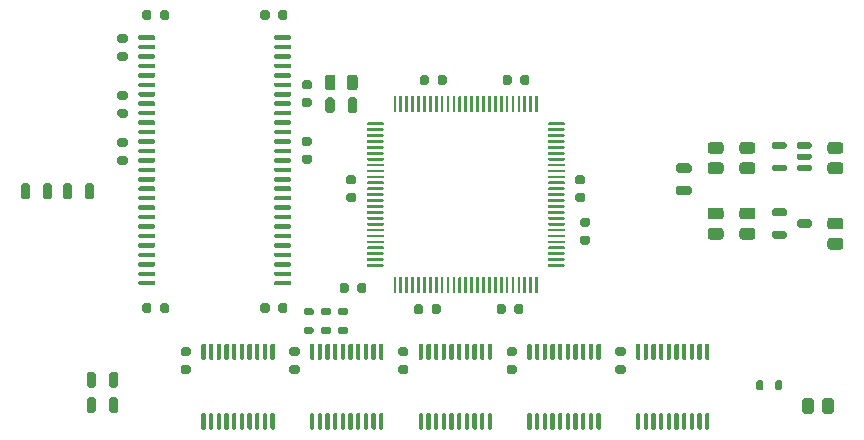
<source format=gtp>
G04 #@! TF.GenerationSoftware,KiCad,Pcbnew,(5.1.10-1-10_14)*
G04 #@! TF.CreationDate,2021-06-01T03:35:06-04:00*
G04 #@! TF.ProjectId,RAM2E,52414d32-452e-46b6-9963-61645f706362,2.0*
G04 #@! TF.SameCoordinates,Original*
G04 #@! TF.FileFunction,Paste,Top*
G04 #@! TF.FilePolarity,Positive*
%FSLAX46Y46*%
G04 Gerber Fmt 4.6, Leading zero omitted, Abs format (unit mm)*
G04 Created by KiCad (PCBNEW (5.1.10-1-10_14)) date 2021-06-01 03:35:06*
%MOMM*%
%LPD*%
G01*
G04 APERTURE LIST*
G04 APERTURE END LIST*
G36*
G01*
X229011900Y-98412800D02*
X229011900Y-99287200D01*
G75*
G02*
X228787200Y-99511900I-224700J0D01*
G01*
X228337800Y-99511900D01*
G75*
G02*
X228113100Y-99287200I0J224700D01*
G01*
X228113100Y-98412800D01*
G75*
G02*
X228337800Y-98188100I224700J0D01*
G01*
X228787200Y-98188100D01*
G75*
G02*
X229011900Y-98412800I0J-224700D01*
G01*
G37*
G36*
G01*
X230886900Y-98412800D02*
X230886900Y-99287200D01*
G75*
G02*
X230662200Y-99511900I-224700J0D01*
G01*
X230212800Y-99511900D01*
G75*
G02*
X229988100Y-99287200I0J224700D01*
G01*
X229988100Y-98412800D01*
G75*
G02*
X230212800Y-98188100I224700J0D01*
G01*
X230662200Y-98188100D01*
G75*
G02*
X230886900Y-98412800I0J-224700D01*
G01*
G37*
G36*
G01*
X230050000Y-101275000D02*
X230050000Y-100325000D01*
G75*
G02*
X230250000Y-100125000I200000J0D01*
G01*
X230650000Y-100125000D01*
G75*
G02*
X230850000Y-100325000I0J-200000D01*
G01*
X230850000Y-101275000D01*
G75*
G02*
X230650000Y-101475000I-200000J0D01*
G01*
X230250000Y-101475000D01*
G75*
G02*
X230050000Y-101275000I0J200000D01*
G01*
G37*
G36*
G01*
X228150000Y-101275000D02*
X228150000Y-100325000D01*
G75*
G02*
X228350000Y-100125000I200000J0D01*
G01*
X228750000Y-100125000D01*
G75*
G02*
X228950000Y-100325000I0J-200000D01*
G01*
X228950000Y-101275000D01*
G75*
G02*
X228750000Y-101475000I-200000J0D01*
G01*
X228350000Y-101475000D01*
G75*
G02*
X228150000Y-101275000I0J200000D01*
G01*
G37*
G36*
G01*
X226475000Y-117950000D02*
X227025000Y-117950000D01*
G75*
G02*
X227175000Y-118100000I0J-150000D01*
G01*
X227175000Y-118400000D01*
G75*
G02*
X227025000Y-118550000I-150000J0D01*
G01*
X226475000Y-118550000D01*
G75*
G02*
X226325000Y-118400000I0J150000D01*
G01*
X226325000Y-118100000D01*
G75*
G02*
X226475000Y-117950000I150000J0D01*
G01*
G37*
G36*
G01*
X226475000Y-119550000D02*
X227025000Y-119550000D01*
G75*
G02*
X227175000Y-119700000I0J-150000D01*
G01*
X227175000Y-120000000D01*
G75*
G02*
X227025000Y-120150000I-150000J0D01*
G01*
X226475000Y-120150000D01*
G75*
G02*
X226325000Y-120000000I0J150000D01*
G01*
X226325000Y-119700000D01*
G75*
G02*
X226475000Y-119550000I150000J0D01*
G01*
G37*
G36*
G01*
X227925000Y-119550000D02*
X228475000Y-119550000D01*
G75*
G02*
X228625000Y-119700000I0J-150000D01*
G01*
X228625000Y-120000000D01*
G75*
G02*
X228475000Y-120150000I-150000J0D01*
G01*
X227925000Y-120150000D01*
G75*
G02*
X227775000Y-120000000I0J150000D01*
G01*
X227775000Y-119700000D01*
G75*
G02*
X227925000Y-119550000I150000J0D01*
G01*
G37*
G36*
G01*
X227925000Y-117950000D02*
X228475000Y-117950000D01*
G75*
G02*
X228625000Y-118100000I0J-150000D01*
G01*
X228625000Y-118400000D01*
G75*
G02*
X228475000Y-118550000I-150000J0D01*
G01*
X227925000Y-118550000D01*
G75*
G02*
X227775000Y-118400000I0J150000D01*
G01*
X227775000Y-118100000D01*
G75*
G02*
X227925000Y-117950000I150000J0D01*
G01*
G37*
G36*
G01*
X271775000Y-106600000D02*
X270925000Y-106600000D01*
G75*
G02*
X270675000Y-106350000I0J250000D01*
G01*
X270675000Y-105850000D01*
G75*
G02*
X270925000Y-105600000I250000J0D01*
G01*
X271775000Y-105600000D01*
G75*
G02*
X272025000Y-105850000I0J-250000D01*
G01*
X272025000Y-106350000D01*
G75*
G02*
X271775000Y-106600000I-250000J0D01*
G01*
G37*
G36*
G01*
X271775000Y-104900000D02*
X270925000Y-104900000D01*
G75*
G02*
X270675000Y-104650000I0J250000D01*
G01*
X270675000Y-104150000D01*
G75*
G02*
X270925000Y-103900000I250000J0D01*
G01*
X271775000Y-103900000D01*
G75*
G02*
X272025000Y-104150000I0J-250000D01*
G01*
X272025000Y-104650000D01*
G75*
G02*
X271775000Y-104900000I-250000J0D01*
G01*
G37*
G36*
G01*
X258975000Y-106500000D02*
X258025000Y-106500000D01*
G75*
G02*
X257825000Y-106300000I0J200000D01*
G01*
X257825000Y-105900000D01*
G75*
G02*
X258025000Y-105700000I200000J0D01*
G01*
X258975000Y-105700000D01*
G75*
G02*
X259175000Y-105900000I0J-200000D01*
G01*
X259175000Y-106300000D01*
G75*
G02*
X258975000Y-106500000I-200000J0D01*
G01*
G37*
G36*
G01*
X258975000Y-108400000D02*
X258025000Y-108400000D01*
G75*
G02*
X257825000Y-108200000I0J200000D01*
G01*
X257825000Y-107800000D01*
G75*
G02*
X258025000Y-107600000I200000J0D01*
G01*
X258975000Y-107600000D01*
G75*
G02*
X259175000Y-107800000I0J-200000D01*
G01*
X259175000Y-108200000D01*
G75*
G02*
X258975000Y-108400000I-200000J0D01*
G01*
G37*
G36*
G01*
X269325000Y-105962500D02*
X269325000Y-106237500D01*
G75*
G02*
X269187500Y-106375000I-137500J0D01*
G01*
X268212500Y-106375000D01*
G75*
G02*
X268075000Y-106237500I0J137500D01*
G01*
X268075000Y-105962500D01*
G75*
G02*
X268212500Y-105825000I137500J0D01*
G01*
X269187500Y-105825000D01*
G75*
G02*
X269325000Y-105962500I0J-137500D01*
G01*
G37*
G36*
G01*
X269325000Y-104062500D02*
X269325000Y-104337500D01*
G75*
G02*
X269187500Y-104475000I-137500J0D01*
G01*
X268212500Y-104475000D01*
G75*
G02*
X268075000Y-104337500I0J137500D01*
G01*
X268075000Y-104062500D01*
G75*
G02*
X268212500Y-103925000I137500J0D01*
G01*
X269187500Y-103925000D01*
G75*
G02*
X269325000Y-104062500I0J-137500D01*
G01*
G37*
G36*
G01*
X269325000Y-105012500D02*
X269325000Y-105287500D01*
G75*
G02*
X269187500Y-105425000I-137500J0D01*
G01*
X268212500Y-105425000D01*
G75*
G02*
X268075000Y-105287500I0J137500D01*
G01*
X268075000Y-105012500D01*
G75*
G02*
X268212500Y-104875000I137500J0D01*
G01*
X269187500Y-104875000D01*
G75*
G02*
X269325000Y-105012500I0J-137500D01*
G01*
G37*
G36*
G01*
X267225000Y-105962500D02*
X267225000Y-106237500D01*
G75*
G02*
X267087500Y-106375000I-137500J0D01*
G01*
X266112500Y-106375000D01*
G75*
G02*
X265975000Y-106237500I0J137500D01*
G01*
X265975000Y-105962500D01*
G75*
G02*
X266112500Y-105825000I137500J0D01*
G01*
X267087500Y-105825000D01*
G75*
G02*
X267225000Y-105962500I0J-137500D01*
G01*
G37*
G36*
G01*
X267225000Y-104062500D02*
X267225000Y-104337500D01*
G75*
G02*
X267087500Y-104475000I-137500J0D01*
G01*
X266112500Y-104475000D01*
G75*
G02*
X265975000Y-104337500I0J137500D01*
G01*
X265975000Y-104062500D01*
G75*
G02*
X266112500Y-103925000I137500J0D01*
G01*
X267087500Y-103925000D01*
G75*
G02*
X267225000Y-104062500I0J-137500D01*
G01*
G37*
G36*
G01*
X266250000Y-124775000D02*
X266250000Y-124225000D01*
G75*
G02*
X266400000Y-124075000I150000J0D01*
G01*
X266700000Y-124075000D01*
G75*
G02*
X266850000Y-124225000I0J-150000D01*
G01*
X266850000Y-124775000D01*
G75*
G02*
X266700000Y-124925000I-150000J0D01*
G01*
X266400000Y-124925000D01*
G75*
G02*
X266250000Y-124775000I0J150000D01*
G01*
G37*
G36*
G01*
X264650000Y-124775000D02*
X264650000Y-124225000D01*
G75*
G02*
X264800000Y-124075000I150000J0D01*
G01*
X265100000Y-124075000D01*
G75*
G02*
X265250000Y-124225000I0J-150000D01*
G01*
X265250000Y-124775000D01*
G75*
G02*
X265100000Y-124925000I-150000J0D01*
G01*
X264800000Y-124925000D01*
G75*
G02*
X264650000Y-124775000I0J150000D01*
G01*
G37*
G36*
G01*
X229375000Y-117950000D02*
X229925000Y-117950000D01*
G75*
G02*
X230075000Y-118100000I0J-150000D01*
G01*
X230075000Y-118400000D01*
G75*
G02*
X229925000Y-118550000I-150000J0D01*
G01*
X229375000Y-118550000D01*
G75*
G02*
X229225000Y-118400000I0J150000D01*
G01*
X229225000Y-118100000D01*
G75*
G02*
X229375000Y-117950000I150000J0D01*
G01*
G37*
G36*
G01*
X229375000Y-119550000D02*
X229925000Y-119550000D01*
G75*
G02*
X230075000Y-119700000I0J-150000D01*
G01*
X230075000Y-120000000D01*
G75*
G02*
X229925000Y-120150000I-150000J0D01*
G01*
X229375000Y-120150000D01*
G75*
G02*
X229225000Y-120000000I0J150000D01*
G01*
X229225000Y-119700000D01*
G75*
G02*
X229375000Y-119550000I150000J0D01*
G01*
G37*
G36*
G01*
X231685000Y-102407500D02*
X231685000Y-102292500D01*
G75*
G02*
X231742500Y-102235000I57500J0D01*
G01*
X233032500Y-102235000D01*
G75*
G02*
X233090000Y-102292500I0J-57500D01*
G01*
X233090000Y-102407500D01*
G75*
G02*
X233032500Y-102465000I-57500J0D01*
G01*
X231742500Y-102465000D01*
G75*
G02*
X231685000Y-102407500I0J57500D01*
G01*
G37*
G36*
G01*
X231685000Y-102907500D02*
X231685000Y-102792500D01*
G75*
G02*
X231742500Y-102735000I57500J0D01*
G01*
X233032500Y-102735000D01*
G75*
G02*
X233090000Y-102792500I0J-57500D01*
G01*
X233090000Y-102907500D01*
G75*
G02*
X233032500Y-102965000I-57500J0D01*
G01*
X231742500Y-102965000D01*
G75*
G02*
X231685000Y-102907500I0J57500D01*
G01*
G37*
G36*
G01*
X231685000Y-103407500D02*
X231685000Y-103292500D01*
G75*
G02*
X231742500Y-103235000I57500J0D01*
G01*
X233032500Y-103235000D01*
G75*
G02*
X233090000Y-103292500I0J-57500D01*
G01*
X233090000Y-103407500D01*
G75*
G02*
X233032500Y-103465000I-57500J0D01*
G01*
X231742500Y-103465000D01*
G75*
G02*
X231685000Y-103407500I0J57500D01*
G01*
G37*
G36*
G01*
X231685000Y-103907500D02*
X231685000Y-103792500D01*
G75*
G02*
X231742500Y-103735000I57500J0D01*
G01*
X233032500Y-103735000D01*
G75*
G02*
X233090000Y-103792500I0J-57500D01*
G01*
X233090000Y-103907500D01*
G75*
G02*
X233032500Y-103965000I-57500J0D01*
G01*
X231742500Y-103965000D01*
G75*
G02*
X231685000Y-103907500I0J57500D01*
G01*
G37*
G36*
G01*
X231685000Y-104407500D02*
X231685000Y-104292500D01*
G75*
G02*
X231742500Y-104235000I57500J0D01*
G01*
X233032500Y-104235000D01*
G75*
G02*
X233090000Y-104292500I0J-57500D01*
G01*
X233090000Y-104407500D01*
G75*
G02*
X233032500Y-104465000I-57500J0D01*
G01*
X231742500Y-104465000D01*
G75*
G02*
X231685000Y-104407500I0J57500D01*
G01*
G37*
G36*
G01*
X231685000Y-104907500D02*
X231685000Y-104792500D01*
G75*
G02*
X231742500Y-104735000I57500J0D01*
G01*
X233032500Y-104735000D01*
G75*
G02*
X233090000Y-104792500I0J-57500D01*
G01*
X233090000Y-104907500D01*
G75*
G02*
X233032500Y-104965000I-57500J0D01*
G01*
X231742500Y-104965000D01*
G75*
G02*
X231685000Y-104907500I0J57500D01*
G01*
G37*
G36*
G01*
X231685000Y-105407500D02*
X231685000Y-105292500D01*
G75*
G02*
X231742500Y-105235000I57500J0D01*
G01*
X233032500Y-105235000D01*
G75*
G02*
X233090000Y-105292500I0J-57500D01*
G01*
X233090000Y-105407500D01*
G75*
G02*
X233032500Y-105465000I-57500J0D01*
G01*
X231742500Y-105465000D01*
G75*
G02*
X231685000Y-105407500I0J57500D01*
G01*
G37*
G36*
G01*
X231685000Y-105907500D02*
X231685000Y-105792500D01*
G75*
G02*
X231742500Y-105735000I57500J0D01*
G01*
X233032500Y-105735000D01*
G75*
G02*
X233090000Y-105792500I0J-57500D01*
G01*
X233090000Y-105907500D01*
G75*
G02*
X233032500Y-105965000I-57500J0D01*
G01*
X231742500Y-105965000D01*
G75*
G02*
X231685000Y-105907500I0J57500D01*
G01*
G37*
G36*
G01*
X231685000Y-106407500D02*
X231685000Y-106292500D01*
G75*
G02*
X231742500Y-106235000I57500J0D01*
G01*
X233032500Y-106235000D01*
G75*
G02*
X233090000Y-106292500I0J-57500D01*
G01*
X233090000Y-106407500D01*
G75*
G02*
X233032500Y-106465000I-57500J0D01*
G01*
X231742500Y-106465000D01*
G75*
G02*
X231685000Y-106407500I0J57500D01*
G01*
G37*
G36*
G01*
X231685000Y-106907500D02*
X231685000Y-106792500D01*
G75*
G02*
X231742500Y-106735000I57500J0D01*
G01*
X233032500Y-106735000D01*
G75*
G02*
X233090000Y-106792500I0J-57500D01*
G01*
X233090000Y-106907500D01*
G75*
G02*
X233032500Y-106965000I-57500J0D01*
G01*
X231742500Y-106965000D01*
G75*
G02*
X231685000Y-106907500I0J57500D01*
G01*
G37*
G36*
G01*
X231685000Y-107407500D02*
X231685000Y-107292500D01*
G75*
G02*
X231742500Y-107235000I57500J0D01*
G01*
X233032500Y-107235000D01*
G75*
G02*
X233090000Y-107292500I0J-57500D01*
G01*
X233090000Y-107407500D01*
G75*
G02*
X233032500Y-107465000I-57500J0D01*
G01*
X231742500Y-107465000D01*
G75*
G02*
X231685000Y-107407500I0J57500D01*
G01*
G37*
G36*
G01*
X231685000Y-107907500D02*
X231685000Y-107792500D01*
G75*
G02*
X231742500Y-107735000I57500J0D01*
G01*
X233032500Y-107735000D01*
G75*
G02*
X233090000Y-107792500I0J-57500D01*
G01*
X233090000Y-107907500D01*
G75*
G02*
X233032500Y-107965000I-57500J0D01*
G01*
X231742500Y-107965000D01*
G75*
G02*
X231685000Y-107907500I0J57500D01*
G01*
G37*
G36*
G01*
X231685000Y-108407500D02*
X231685000Y-108292500D01*
G75*
G02*
X231742500Y-108235000I57500J0D01*
G01*
X233032500Y-108235000D01*
G75*
G02*
X233090000Y-108292500I0J-57500D01*
G01*
X233090000Y-108407500D01*
G75*
G02*
X233032500Y-108465000I-57500J0D01*
G01*
X231742500Y-108465000D01*
G75*
G02*
X231685000Y-108407500I0J57500D01*
G01*
G37*
G36*
G01*
X231685000Y-108907500D02*
X231685000Y-108792500D01*
G75*
G02*
X231742500Y-108735000I57500J0D01*
G01*
X233032500Y-108735000D01*
G75*
G02*
X233090000Y-108792500I0J-57500D01*
G01*
X233090000Y-108907500D01*
G75*
G02*
X233032500Y-108965000I-57500J0D01*
G01*
X231742500Y-108965000D01*
G75*
G02*
X231685000Y-108907500I0J57500D01*
G01*
G37*
G36*
G01*
X231685000Y-109407500D02*
X231685000Y-109292500D01*
G75*
G02*
X231742500Y-109235000I57500J0D01*
G01*
X233032500Y-109235000D01*
G75*
G02*
X233090000Y-109292500I0J-57500D01*
G01*
X233090000Y-109407500D01*
G75*
G02*
X233032500Y-109465000I-57500J0D01*
G01*
X231742500Y-109465000D01*
G75*
G02*
X231685000Y-109407500I0J57500D01*
G01*
G37*
G36*
G01*
X231685000Y-109907500D02*
X231685000Y-109792500D01*
G75*
G02*
X231742500Y-109735000I57500J0D01*
G01*
X233032500Y-109735000D01*
G75*
G02*
X233090000Y-109792500I0J-57500D01*
G01*
X233090000Y-109907500D01*
G75*
G02*
X233032500Y-109965000I-57500J0D01*
G01*
X231742500Y-109965000D01*
G75*
G02*
X231685000Y-109907500I0J57500D01*
G01*
G37*
G36*
G01*
X231685000Y-110407500D02*
X231685000Y-110292500D01*
G75*
G02*
X231742500Y-110235000I57500J0D01*
G01*
X233032500Y-110235000D01*
G75*
G02*
X233090000Y-110292500I0J-57500D01*
G01*
X233090000Y-110407500D01*
G75*
G02*
X233032500Y-110465000I-57500J0D01*
G01*
X231742500Y-110465000D01*
G75*
G02*
X231685000Y-110407500I0J57500D01*
G01*
G37*
G36*
G01*
X231685000Y-110907500D02*
X231685000Y-110792500D01*
G75*
G02*
X231742500Y-110735000I57500J0D01*
G01*
X233032500Y-110735000D01*
G75*
G02*
X233090000Y-110792500I0J-57500D01*
G01*
X233090000Y-110907500D01*
G75*
G02*
X233032500Y-110965000I-57500J0D01*
G01*
X231742500Y-110965000D01*
G75*
G02*
X231685000Y-110907500I0J57500D01*
G01*
G37*
G36*
G01*
X231685000Y-111407500D02*
X231685000Y-111292500D01*
G75*
G02*
X231742500Y-111235000I57500J0D01*
G01*
X233032500Y-111235000D01*
G75*
G02*
X233090000Y-111292500I0J-57500D01*
G01*
X233090000Y-111407500D01*
G75*
G02*
X233032500Y-111465000I-57500J0D01*
G01*
X231742500Y-111465000D01*
G75*
G02*
X231685000Y-111407500I0J57500D01*
G01*
G37*
G36*
G01*
X231685000Y-111907500D02*
X231685000Y-111792500D01*
G75*
G02*
X231742500Y-111735000I57500J0D01*
G01*
X233032500Y-111735000D01*
G75*
G02*
X233090000Y-111792500I0J-57500D01*
G01*
X233090000Y-111907500D01*
G75*
G02*
X233032500Y-111965000I-57500J0D01*
G01*
X231742500Y-111965000D01*
G75*
G02*
X231685000Y-111907500I0J57500D01*
G01*
G37*
G36*
G01*
X231685000Y-112407500D02*
X231685000Y-112292500D01*
G75*
G02*
X231742500Y-112235000I57500J0D01*
G01*
X233032500Y-112235000D01*
G75*
G02*
X233090000Y-112292500I0J-57500D01*
G01*
X233090000Y-112407500D01*
G75*
G02*
X233032500Y-112465000I-57500J0D01*
G01*
X231742500Y-112465000D01*
G75*
G02*
X231685000Y-112407500I0J57500D01*
G01*
G37*
G36*
G01*
X231685000Y-112907500D02*
X231685000Y-112792500D01*
G75*
G02*
X231742500Y-112735000I57500J0D01*
G01*
X233032500Y-112735000D01*
G75*
G02*
X233090000Y-112792500I0J-57500D01*
G01*
X233090000Y-112907500D01*
G75*
G02*
X233032500Y-112965000I-57500J0D01*
G01*
X231742500Y-112965000D01*
G75*
G02*
X231685000Y-112907500I0J57500D01*
G01*
G37*
G36*
G01*
X231685000Y-113407500D02*
X231685000Y-113292500D01*
G75*
G02*
X231742500Y-113235000I57500J0D01*
G01*
X233032500Y-113235000D01*
G75*
G02*
X233090000Y-113292500I0J-57500D01*
G01*
X233090000Y-113407500D01*
G75*
G02*
X233032500Y-113465000I-57500J0D01*
G01*
X231742500Y-113465000D01*
G75*
G02*
X231685000Y-113407500I0J57500D01*
G01*
G37*
G36*
G01*
X231685000Y-113907500D02*
X231685000Y-113792500D01*
G75*
G02*
X231742500Y-113735000I57500J0D01*
G01*
X233032500Y-113735000D01*
G75*
G02*
X233090000Y-113792500I0J-57500D01*
G01*
X233090000Y-113907500D01*
G75*
G02*
X233032500Y-113965000I-57500J0D01*
G01*
X231742500Y-113965000D01*
G75*
G02*
X231685000Y-113907500I0J57500D01*
G01*
G37*
G36*
G01*
X231685000Y-114407500D02*
X231685000Y-114292500D01*
G75*
G02*
X231742500Y-114235000I57500J0D01*
G01*
X233032500Y-114235000D01*
G75*
G02*
X233090000Y-114292500I0J-57500D01*
G01*
X233090000Y-114407500D01*
G75*
G02*
X233032500Y-114465000I-57500J0D01*
G01*
X231742500Y-114465000D01*
G75*
G02*
X231685000Y-114407500I0J57500D01*
G01*
G37*
G36*
G01*
X233935000Y-116657500D02*
X233935000Y-115367500D01*
G75*
G02*
X233992500Y-115310000I57500J0D01*
G01*
X234107500Y-115310000D01*
G75*
G02*
X234165000Y-115367500I0J-57500D01*
G01*
X234165000Y-116657500D01*
G75*
G02*
X234107500Y-116715000I-57500J0D01*
G01*
X233992500Y-116715000D01*
G75*
G02*
X233935000Y-116657500I0J57500D01*
G01*
G37*
G36*
G01*
X234435000Y-116657500D02*
X234435000Y-115367500D01*
G75*
G02*
X234492500Y-115310000I57500J0D01*
G01*
X234607500Y-115310000D01*
G75*
G02*
X234665000Y-115367500I0J-57500D01*
G01*
X234665000Y-116657500D01*
G75*
G02*
X234607500Y-116715000I-57500J0D01*
G01*
X234492500Y-116715000D01*
G75*
G02*
X234435000Y-116657500I0J57500D01*
G01*
G37*
G36*
G01*
X234935000Y-116657500D02*
X234935000Y-115367500D01*
G75*
G02*
X234992500Y-115310000I57500J0D01*
G01*
X235107500Y-115310000D01*
G75*
G02*
X235165000Y-115367500I0J-57500D01*
G01*
X235165000Y-116657500D01*
G75*
G02*
X235107500Y-116715000I-57500J0D01*
G01*
X234992500Y-116715000D01*
G75*
G02*
X234935000Y-116657500I0J57500D01*
G01*
G37*
G36*
G01*
X235435000Y-116657500D02*
X235435000Y-115367500D01*
G75*
G02*
X235492500Y-115310000I57500J0D01*
G01*
X235607500Y-115310000D01*
G75*
G02*
X235665000Y-115367500I0J-57500D01*
G01*
X235665000Y-116657500D01*
G75*
G02*
X235607500Y-116715000I-57500J0D01*
G01*
X235492500Y-116715000D01*
G75*
G02*
X235435000Y-116657500I0J57500D01*
G01*
G37*
G36*
G01*
X235935000Y-116657500D02*
X235935000Y-115367500D01*
G75*
G02*
X235992500Y-115310000I57500J0D01*
G01*
X236107500Y-115310000D01*
G75*
G02*
X236165000Y-115367500I0J-57500D01*
G01*
X236165000Y-116657500D01*
G75*
G02*
X236107500Y-116715000I-57500J0D01*
G01*
X235992500Y-116715000D01*
G75*
G02*
X235935000Y-116657500I0J57500D01*
G01*
G37*
G36*
G01*
X236435000Y-116657500D02*
X236435000Y-115367500D01*
G75*
G02*
X236492500Y-115310000I57500J0D01*
G01*
X236607500Y-115310000D01*
G75*
G02*
X236665000Y-115367500I0J-57500D01*
G01*
X236665000Y-116657500D01*
G75*
G02*
X236607500Y-116715000I-57500J0D01*
G01*
X236492500Y-116715000D01*
G75*
G02*
X236435000Y-116657500I0J57500D01*
G01*
G37*
G36*
G01*
X236935000Y-116657500D02*
X236935000Y-115367500D01*
G75*
G02*
X236992500Y-115310000I57500J0D01*
G01*
X237107500Y-115310000D01*
G75*
G02*
X237165000Y-115367500I0J-57500D01*
G01*
X237165000Y-116657500D01*
G75*
G02*
X237107500Y-116715000I-57500J0D01*
G01*
X236992500Y-116715000D01*
G75*
G02*
X236935000Y-116657500I0J57500D01*
G01*
G37*
G36*
G01*
X237435000Y-116657500D02*
X237435000Y-115367500D01*
G75*
G02*
X237492500Y-115310000I57500J0D01*
G01*
X237607500Y-115310000D01*
G75*
G02*
X237665000Y-115367500I0J-57500D01*
G01*
X237665000Y-116657500D01*
G75*
G02*
X237607500Y-116715000I-57500J0D01*
G01*
X237492500Y-116715000D01*
G75*
G02*
X237435000Y-116657500I0J57500D01*
G01*
G37*
G36*
G01*
X237935000Y-116657500D02*
X237935000Y-115367500D01*
G75*
G02*
X237992500Y-115310000I57500J0D01*
G01*
X238107500Y-115310000D01*
G75*
G02*
X238165000Y-115367500I0J-57500D01*
G01*
X238165000Y-116657500D01*
G75*
G02*
X238107500Y-116715000I-57500J0D01*
G01*
X237992500Y-116715000D01*
G75*
G02*
X237935000Y-116657500I0J57500D01*
G01*
G37*
G36*
G01*
X238435000Y-116657500D02*
X238435000Y-115367500D01*
G75*
G02*
X238492500Y-115310000I57500J0D01*
G01*
X238607500Y-115310000D01*
G75*
G02*
X238665000Y-115367500I0J-57500D01*
G01*
X238665000Y-116657500D01*
G75*
G02*
X238607500Y-116715000I-57500J0D01*
G01*
X238492500Y-116715000D01*
G75*
G02*
X238435000Y-116657500I0J57500D01*
G01*
G37*
G36*
G01*
X238935000Y-116657500D02*
X238935000Y-115367500D01*
G75*
G02*
X238992500Y-115310000I57500J0D01*
G01*
X239107500Y-115310000D01*
G75*
G02*
X239165000Y-115367500I0J-57500D01*
G01*
X239165000Y-116657500D01*
G75*
G02*
X239107500Y-116715000I-57500J0D01*
G01*
X238992500Y-116715000D01*
G75*
G02*
X238935000Y-116657500I0J57500D01*
G01*
G37*
G36*
G01*
X239435000Y-116657500D02*
X239435000Y-115367500D01*
G75*
G02*
X239492500Y-115310000I57500J0D01*
G01*
X239607500Y-115310000D01*
G75*
G02*
X239665000Y-115367500I0J-57500D01*
G01*
X239665000Y-116657500D01*
G75*
G02*
X239607500Y-116715000I-57500J0D01*
G01*
X239492500Y-116715000D01*
G75*
G02*
X239435000Y-116657500I0J57500D01*
G01*
G37*
G36*
G01*
X239935000Y-116657500D02*
X239935000Y-115367500D01*
G75*
G02*
X239992500Y-115310000I57500J0D01*
G01*
X240107500Y-115310000D01*
G75*
G02*
X240165000Y-115367500I0J-57500D01*
G01*
X240165000Y-116657500D01*
G75*
G02*
X240107500Y-116715000I-57500J0D01*
G01*
X239992500Y-116715000D01*
G75*
G02*
X239935000Y-116657500I0J57500D01*
G01*
G37*
G36*
G01*
X240435000Y-116657500D02*
X240435000Y-115367500D01*
G75*
G02*
X240492500Y-115310000I57500J0D01*
G01*
X240607500Y-115310000D01*
G75*
G02*
X240665000Y-115367500I0J-57500D01*
G01*
X240665000Y-116657500D01*
G75*
G02*
X240607500Y-116715000I-57500J0D01*
G01*
X240492500Y-116715000D01*
G75*
G02*
X240435000Y-116657500I0J57500D01*
G01*
G37*
G36*
G01*
X240935000Y-116657500D02*
X240935000Y-115367500D01*
G75*
G02*
X240992500Y-115310000I57500J0D01*
G01*
X241107500Y-115310000D01*
G75*
G02*
X241165000Y-115367500I0J-57500D01*
G01*
X241165000Y-116657500D01*
G75*
G02*
X241107500Y-116715000I-57500J0D01*
G01*
X240992500Y-116715000D01*
G75*
G02*
X240935000Y-116657500I0J57500D01*
G01*
G37*
G36*
G01*
X241435000Y-116657500D02*
X241435000Y-115367500D01*
G75*
G02*
X241492500Y-115310000I57500J0D01*
G01*
X241607500Y-115310000D01*
G75*
G02*
X241665000Y-115367500I0J-57500D01*
G01*
X241665000Y-116657500D01*
G75*
G02*
X241607500Y-116715000I-57500J0D01*
G01*
X241492500Y-116715000D01*
G75*
G02*
X241435000Y-116657500I0J57500D01*
G01*
G37*
G36*
G01*
X241935000Y-116657500D02*
X241935000Y-115367500D01*
G75*
G02*
X241992500Y-115310000I57500J0D01*
G01*
X242107500Y-115310000D01*
G75*
G02*
X242165000Y-115367500I0J-57500D01*
G01*
X242165000Y-116657500D01*
G75*
G02*
X242107500Y-116715000I-57500J0D01*
G01*
X241992500Y-116715000D01*
G75*
G02*
X241935000Y-116657500I0J57500D01*
G01*
G37*
G36*
G01*
X242435000Y-116657500D02*
X242435000Y-115367500D01*
G75*
G02*
X242492500Y-115310000I57500J0D01*
G01*
X242607500Y-115310000D01*
G75*
G02*
X242665000Y-115367500I0J-57500D01*
G01*
X242665000Y-116657500D01*
G75*
G02*
X242607500Y-116715000I-57500J0D01*
G01*
X242492500Y-116715000D01*
G75*
G02*
X242435000Y-116657500I0J57500D01*
G01*
G37*
G36*
G01*
X242935000Y-116657500D02*
X242935000Y-115367500D01*
G75*
G02*
X242992500Y-115310000I57500J0D01*
G01*
X243107500Y-115310000D01*
G75*
G02*
X243165000Y-115367500I0J-57500D01*
G01*
X243165000Y-116657500D01*
G75*
G02*
X243107500Y-116715000I-57500J0D01*
G01*
X242992500Y-116715000D01*
G75*
G02*
X242935000Y-116657500I0J57500D01*
G01*
G37*
G36*
G01*
X243435000Y-116657500D02*
X243435000Y-115367500D01*
G75*
G02*
X243492500Y-115310000I57500J0D01*
G01*
X243607500Y-115310000D01*
G75*
G02*
X243665000Y-115367500I0J-57500D01*
G01*
X243665000Y-116657500D01*
G75*
G02*
X243607500Y-116715000I-57500J0D01*
G01*
X243492500Y-116715000D01*
G75*
G02*
X243435000Y-116657500I0J57500D01*
G01*
G37*
G36*
G01*
X243935000Y-116657500D02*
X243935000Y-115367500D01*
G75*
G02*
X243992500Y-115310000I57500J0D01*
G01*
X244107500Y-115310000D01*
G75*
G02*
X244165000Y-115367500I0J-57500D01*
G01*
X244165000Y-116657500D01*
G75*
G02*
X244107500Y-116715000I-57500J0D01*
G01*
X243992500Y-116715000D01*
G75*
G02*
X243935000Y-116657500I0J57500D01*
G01*
G37*
G36*
G01*
X244435000Y-116657500D02*
X244435000Y-115367500D01*
G75*
G02*
X244492500Y-115310000I57500J0D01*
G01*
X244607500Y-115310000D01*
G75*
G02*
X244665000Y-115367500I0J-57500D01*
G01*
X244665000Y-116657500D01*
G75*
G02*
X244607500Y-116715000I-57500J0D01*
G01*
X244492500Y-116715000D01*
G75*
G02*
X244435000Y-116657500I0J57500D01*
G01*
G37*
G36*
G01*
X244935000Y-116657500D02*
X244935000Y-115367500D01*
G75*
G02*
X244992500Y-115310000I57500J0D01*
G01*
X245107500Y-115310000D01*
G75*
G02*
X245165000Y-115367500I0J-57500D01*
G01*
X245165000Y-116657500D01*
G75*
G02*
X245107500Y-116715000I-57500J0D01*
G01*
X244992500Y-116715000D01*
G75*
G02*
X244935000Y-116657500I0J57500D01*
G01*
G37*
G36*
G01*
X245435000Y-116657500D02*
X245435000Y-115367500D01*
G75*
G02*
X245492500Y-115310000I57500J0D01*
G01*
X245607500Y-115310000D01*
G75*
G02*
X245665000Y-115367500I0J-57500D01*
G01*
X245665000Y-116657500D01*
G75*
G02*
X245607500Y-116715000I-57500J0D01*
G01*
X245492500Y-116715000D01*
G75*
G02*
X245435000Y-116657500I0J57500D01*
G01*
G37*
G36*
G01*
X245935000Y-116657500D02*
X245935000Y-115367500D01*
G75*
G02*
X245992500Y-115310000I57500J0D01*
G01*
X246107500Y-115310000D01*
G75*
G02*
X246165000Y-115367500I0J-57500D01*
G01*
X246165000Y-116657500D01*
G75*
G02*
X246107500Y-116715000I-57500J0D01*
G01*
X245992500Y-116715000D01*
G75*
G02*
X245935000Y-116657500I0J57500D01*
G01*
G37*
G36*
G01*
X247010000Y-114407500D02*
X247010000Y-114292500D01*
G75*
G02*
X247067500Y-114235000I57500J0D01*
G01*
X248357500Y-114235000D01*
G75*
G02*
X248415000Y-114292500I0J-57500D01*
G01*
X248415000Y-114407500D01*
G75*
G02*
X248357500Y-114465000I-57500J0D01*
G01*
X247067500Y-114465000D01*
G75*
G02*
X247010000Y-114407500I0J57500D01*
G01*
G37*
G36*
G01*
X247010000Y-113907500D02*
X247010000Y-113792500D01*
G75*
G02*
X247067500Y-113735000I57500J0D01*
G01*
X248357500Y-113735000D01*
G75*
G02*
X248415000Y-113792500I0J-57500D01*
G01*
X248415000Y-113907500D01*
G75*
G02*
X248357500Y-113965000I-57500J0D01*
G01*
X247067500Y-113965000D01*
G75*
G02*
X247010000Y-113907500I0J57500D01*
G01*
G37*
G36*
G01*
X247010000Y-113407500D02*
X247010000Y-113292500D01*
G75*
G02*
X247067500Y-113235000I57500J0D01*
G01*
X248357500Y-113235000D01*
G75*
G02*
X248415000Y-113292500I0J-57500D01*
G01*
X248415000Y-113407500D01*
G75*
G02*
X248357500Y-113465000I-57500J0D01*
G01*
X247067500Y-113465000D01*
G75*
G02*
X247010000Y-113407500I0J57500D01*
G01*
G37*
G36*
G01*
X247010000Y-112907500D02*
X247010000Y-112792500D01*
G75*
G02*
X247067500Y-112735000I57500J0D01*
G01*
X248357500Y-112735000D01*
G75*
G02*
X248415000Y-112792500I0J-57500D01*
G01*
X248415000Y-112907500D01*
G75*
G02*
X248357500Y-112965000I-57500J0D01*
G01*
X247067500Y-112965000D01*
G75*
G02*
X247010000Y-112907500I0J57500D01*
G01*
G37*
G36*
G01*
X247010000Y-112407500D02*
X247010000Y-112292500D01*
G75*
G02*
X247067500Y-112235000I57500J0D01*
G01*
X248357500Y-112235000D01*
G75*
G02*
X248415000Y-112292500I0J-57500D01*
G01*
X248415000Y-112407500D01*
G75*
G02*
X248357500Y-112465000I-57500J0D01*
G01*
X247067500Y-112465000D01*
G75*
G02*
X247010000Y-112407500I0J57500D01*
G01*
G37*
G36*
G01*
X247010000Y-111907500D02*
X247010000Y-111792500D01*
G75*
G02*
X247067500Y-111735000I57500J0D01*
G01*
X248357500Y-111735000D01*
G75*
G02*
X248415000Y-111792500I0J-57500D01*
G01*
X248415000Y-111907500D01*
G75*
G02*
X248357500Y-111965000I-57500J0D01*
G01*
X247067500Y-111965000D01*
G75*
G02*
X247010000Y-111907500I0J57500D01*
G01*
G37*
G36*
G01*
X247010000Y-111407500D02*
X247010000Y-111292500D01*
G75*
G02*
X247067500Y-111235000I57500J0D01*
G01*
X248357500Y-111235000D01*
G75*
G02*
X248415000Y-111292500I0J-57500D01*
G01*
X248415000Y-111407500D01*
G75*
G02*
X248357500Y-111465000I-57500J0D01*
G01*
X247067500Y-111465000D01*
G75*
G02*
X247010000Y-111407500I0J57500D01*
G01*
G37*
G36*
G01*
X247010000Y-110907500D02*
X247010000Y-110792500D01*
G75*
G02*
X247067500Y-110735000I57500J0D01*
G01*
X248357500Y-110735000D01*
G75*
G02*
X248415000Y-110792500I0J-57500D01*
G01*
X248415000Y-110907500D01*
G75*
G02*
X248357500Y-110965000I-57500J0D01*
G01*
X247067500Y-110965000D01*
G75*
G02*
X247010000Y-110907500I0J57500D01*
G01*
G37*
G36*
G01*
X247010000Y-110407500D02*
X247010000Y-110292500D01*
G75*
G02*
X247067500Y-110235000I57500J0D01*
G01*
X248357500Y-110235000D01*
G75*
G02*
X248415000Y-110292500I0J-57500D01*
G01*
X248415000Y-110407500D01*
G75*
G02*
X248357500Y-110465000I-57500J0D01*
G01*
X247067500Y-110465000D01*
G75*
G02*
X247010000Y-110407500I0J57500D01*
G01*
G37*
G36*
G01*
X247010000Y-109907500D02*
X247010000Y-109792500D01*
G75*
G02*
X247067500Y-109735000I57500J0D01*
G01*
X248357500Y-109735000D01*
G75*
G02*
X248415000Y-109792500I0J-57500D01*
G01*
X248415000Y-109907500D01*
G75*
G02*
X248357500Y-109965000I-57500J0D01*
G01*
X247067500Y-109965000D01*
G75*
G02*
X247010000Y-109907500I0J57500D01*
G01*
G37*
G36*
G01*
X247010000Y-109407500D02*
X247010000Y-109292500D01*
G75*
G02*
X247067500Y-109235000I57500J0D01*
G01*
X248357500Y-109235000D01*
G75*
G02*
X248415000Y-109292500I0J-57500D01*
G01*
X248415000Y-109407500D01*
G75*
G02*
X248357500Y-109465000I-57500J0D01*
G01*
X247067500Y-109465000D01*
G75*
G02*
X247010000Y-109407500I0J57500D01*
G01*
G37*
G36*
G01*
X247010000Y-108907500D02*
X247010000Y-108792500D01*
G75*
G02*
X247067500Y-108735000I57500J0D01*
G01*
X248357500Y-108735000D01*
G75*
G02*
X248415000Y-108792500I0J-57500D01*
G01*
X248415000Y-108907500D01*
G75*
G02*
X248357500Y-108965000I-57500J0D01*
G01*
X247067500Y-108965000D01*
G75*
G02*
X247010000Y-108907500I0J57500D01*
G01*
G37*
G36*
G01*
X247010000Y-108407500D02*
X247010000Y-108292500D01*
G75*
G02*
X247067500Y-108235000I57500J0D01*
G01*
X248357500Y-108235000D01*
G75*
G02*
X248415000Y-108292500I0J-57500D01*
G01*
X248415000Y-108407500D01*
G75*
G02*
X248357500Y-108465000I-57500J0D01*
G01*
X247067500Y-108465000D01*
G75*
G02*
X247010000Y-108407500I0J57500D01*
G01*
G37*
G36*
G01*
X247010000Y-107907500D02*
X247010000Y-107792500D01*
G75*
G02*
X247067500Y-107735000I57500J0D01*
G01*
X248357500Y-107735000D01*
G75*
G02*
X248415000Y-107792500I0J-57500D01*
G01*
X248415000Y-107907500D01*
G75*
G02*
X248357500Y-107965000I-57500J0D01*
G01*
X247067500Y-107965000D01*
G75*
G02*
X247010000Y-107907500I0J57500D01*
G01*
G37*
G36*
G01*
X247010000Y-107407500D02*
X247010000Y-107292500D01*
G75*
G02*
X247067500Y-107235000I57500J0D01*
G01*
X248357500Y-107235000D01*
G75*
G02*
X248415000Y-107292500I0J-57500D01*
G01*
X248415000Y-107407500D01*
G75*
G02*
X248357500Y-107465000I-57500J0D01*
G01*
X247067500Y-107465000D01*
G75*
G02*
X247010000Y-107407500I0J57500D01*
G01*
G37*
G36*
G01*
X247010000Y-106907500D02*
X247010000Y-106792500D01*
G75*
G02*
X247067500Y-106735000I57500J0D01*
G01*
X248357500Y-106735000D01*
G75*
G02*
X248415000Y-106792500I0J-57500D01*
G01*
X248415000Y-106907500D01*
G75*
G02*
X248357500Y-106965000I-57500J0D01*
G01*
X247067500Y-106965000D01*
G75*
G02*
X247010000Y-106907500I0J57500D01*
G01*
G37*
G36*
G01*
X247010000Y-106407500D02*
X247010000Y-106292500D01*
G75*
G02*
X247067500Y-106235000I57500J0D01*
G01*
X248357500Y-106235000D01*
G75*
G02*
X248415000Y-106292500I0J-57500D01*
G01*
X248415000Y-106407500D01*
G75*
G02*
X248357500Y-106465000I-57500J0D01*
G01*
X247067500Y-106465000D01*
G75*
G02*
X247010000Y-106407500I0J57500D01*
G01*
G37*
G36*
G01*
X247010000Y-105907500D02*
X247010000Y-105792500D01*
G75*
G02*
X247067500Y-105735000I57500J0D01*
G01*
X248357500Y-105735000D01*
G75*
G02*
X248415000Y-105792500I0J-57500D01*
G01*
X248415000Y-105907500D01*
G75*
G02*
X248357500Y-105965000I-57500J0D01*
G01*
X247067500Y-105965000D01*
G75*
G02*
X247010000Y-105907500I0J57500D01*
G01*
G37*
G36*
G01*
X247010000Y-105407500D02*
X247010000Y-105292500D01*
G75*
G02*
X247067500Y-105235000I57500J0D01*
G01*
X248357500Y-105235000D01*
G75*
G02*
X248415000Y-105292500I0J-57500D01*
G01*
X248415000Y-105407500D01*
G75*
G02*
X248357500Y-105465000I-57500J0D01*
G01*
X247067500Y-105465000D01*
G75*
G02*
X247010000Y-105407500I0J57500D01*
G01*
G37*
G36*
G01*
X247010000Y-104907500D02*
X247010000Y-104792500D01*
G75*
G02*
X247067500Y-104735000I57500J0D01*
G01*
X248357500Y-104735000D01*
G75*
G02*
X248415000Y-104792500I0J-57500D01*
G01*
X248415000Y-104907500D01*
G75*
G02*
X248357500Y-104965000I-57500J0D01*
G01*
X247067500Y-104965000D01*
G75*
G02*
X247010000Y-104907500I0J57500D01*
G01*
G37*
G36*
G01*
X247010000Y-104407500D02*
X247010000Y-104292500D01*
G75*
G02*
X247067500Y-104235000I57500J0D01*
G01*
X248357500Y-104235000D01*
G75*
G02*
X248415000Y-104292500I0J-57500D01*
G01*
X248415000Y-104407500D01*
G75*
G02*
X248357500Y-104465000I-57500J0D01*
G01*
X247067500Y-104465000D01*
G75*
G02*
X247010000Y-104407500I0J57500D01*
G01*
G37*
G36*
G01*
X247010000Y-103907500D02*
X247010000Y-103792500D01*
G75*
G02*
X247067500Y-103735000I57500J0D01*
G01*
X248357500Y-103735000D01*
G75*
G02*
X248415000Y-103792500I0J-57500D01*
G01*
X248415000Y-103907500D01*
G75*
G02*
X248357500Y-103965000I-57500J0D01*
G01*
X247067500Y-103965000D01*
G75*
G02*
X247010000Y-103907500I0J57500D01*
G01*
G37*
G36*
G01*
X247010000Y-103407500D02*
X247010000Y-103292500D01*
G75*
G02*
X247067500Y-103235000I57500J0D01*
G01*
X248357500Y-103235000D01*
G75*
G02*
X248415000Y-103292500I0J-57500D01*
G01*
X248415000Y-103407500D01*
G75*
G02*
X248357500Y-103465000I-57500J0D01*
G01*
X247067500Y-103465000D01*
G75*
G02*
X247010000Y-103407500I0J57500D01*
G01*
G37*
G36*
G01*
X247010000Y-102907500D02*
X247010000Y-102792500D01*
G75*
G02*
X247067500Y-102735000I57500J0D01*
G01*
X248357500Y-102735000D01*
G75*
G02*
X248415000Y-102792500I0J-57500D01*
G01*
X248415000Y-102907500D01*
G75*
G02*
X248357500Y-102965000I-57500J0D01*
G01*
X247067500Y-102965000D01*
G75*
G02*
X247010000Y-102907500I0J57500D01*
G01*
G37*
G36*
G01*
X247010000Y-102407500D02*
X247010000Y-102292500D01*
G75*
G02*
X247067500Y-102235000I57500J0D01*
G01*
X248357500Y-102235000D01*
G75*
G02*
X248415000Y-102292500I0J-57500D01*
G01*
X248415000Y-102407500D01*
G75*
G02*
X248357500Y-102465000I-57500J0D01*
G01*
X247067500Y-102465000D01*
G75*
G02*
X247010000Y-102407500I0J57500D01*
G01*
G37*
G36*
G01*
X245935000Y-101332500D02*
X245935000Y-100042500D01*
G75*
G02*
X245992500Y-99985000I57500J0D01*
G01*
X246107500Y-99985000D01*
G75*
G02*
X246165000Y-100042500I0J-57500D01*
G01*
X246165000Y-101332500D01*
G75*
G02*
X246107500Y-101390000I-57500J0D01*
G01*
X245992500Y-101390000D01*
G75*
G02*
X245935000Y-101332500I0J57500D01*
G01*
G37*
G36*
G01*
X245435000Y-101332500D02*
X245435000Y-100042500D01*
G75*
G02*
X245492500Y-99985000I57500J0D01*
G01*
X245607500Y-99985000D01*
G75*
G02*
X245665000Y-100042500I0J-57500D01*
G01*
X245665000Y-101332500D01*
G75*
G02*
X245607500Y-101390000I-57500J0D01*
G01*
X245492500Y-101390000D01*
G75*
G02*
X245435000Y-101332500I0J57500D01*
G01*
G37*
G36*
G01*
X244935000Y-101332500D02*
X244935000Y-100042500D01*
G75*
G02*
X244992500Y-99985000I57500J0D01*
G01*
X245107500Y-99985000D01*
G75*
G02*
X245165000Y-100042500I0J-57500D01*
G01*
X245165000Y-101332500D01*
G75*
G02*
X245107500Y-101390000I-57500J0D01*
G01*
X244992500Y-101390000D01*
G75*
G02*
X244935000Y-101332500I0J57500D01*
G01*
G37*
G36*
G01*
X244435000Y-101332500D02*
X244435000Y-100042500D01*
G75*
G02*
X244492500Y-99985000I57500J0D01*
G01*
X244607500Y-99985000D01*
G75*
G02*
X244665000Y-100042500I0J-57500D01*
G01*
X244665000Y-101332500D01*
G75*
G02*
X244607500Y-101390000I-57500J0D01*
G01*
X244492500Y-101390000D01*
G75*
G02*
X244435000Y-101332500I0J57500D01*
G01*
G37*
G36*
G01*
X243935000Y-101332500D02*
X243935000Y-100042500D01*
G75*
G02*
X243992500Y-99985000I57500J0D01*
G01*
X244107500Y-99985000D01*
G75*
G02*
X244165000Y-100042500I0J-57500D01*
G01*
X244165000Y-101332500D01*
G75*
G02*
X244107500Y-101390000I-57500J0D01*
G01*
X243992500Y-101390000D01*
G75*
G02*
X243935000Y-101332500I0J57500D01*
G01*
G37*
G36*
G01*
X243435000Y-101332500D02*
X243435000Y-100042500D01*
G75*
G02*
X243492500Y-99985000I57500J0D01*
G01*
X243607500Y-99985000D01*
G75*
G02*
X243665000Y-100042500I0J-57500D01*
G01*
X243665000Y-101332500D01*
G75*
G02*
X243607500Y-101390000I-57500J0D01*
G01*
X243492500Y-101390000D01*
G75*
G02*
X243435000Y-101332500I0J57500D01*
G01*
G37*
G36*
G01*
X242935000Y-101332500D02*
X242935000Y-100042500D01*
G75*
G02*
X242992500Y-99985000I57500J0D01*
G01*
X243107500Y-99985000D01*
G75*
G02*
X243165000Y-100042500I0J-57500D01*
G01*
X243165000Y-101332500D01*
G75*
G02*
X243107500Y-101390000I-57500J0D01*
G01*
X242992500Y-101390000D01*
G75*
G02*
X242935000Y-101332500I0J57500D01*
G01*
G37*
G36*
G01*
X242435000Y-101332500D02*
X242435000Y-100042500D01*
G75*
G02*
X242492500Y-99985000I57500J0D01*
G01*
X242607500Y-99985000D01*
G75*
G02*
X242665000Y-100042500I0J-57500D01*
G01*
X242665000Y-101332500D01*
G75*
G02*
X242607500Y-101390000I-57500J0D01*
G01*
X242492500Y-101390000D01*
G75*
G02*
X242435000Y-101332500I0J57500D01*
G01*
G37*
G36*
G01*
X241935000Y-101332500D02*
X241935000Y-100042500D01*
G75*
G02*
X241992500Y-99985000I57500J0D01*
G01*
X242107500Y-99985000D01*
G75*
G02*
X242165000Y-100042500I0J-57500D01*
G01*
X242165000Y-101332500D01*
G75*
G02*
X242107500Y-101390000I-57500J0D01*
G01*
X241992500Y-101390000D01*
G75*
G02*
X241935000Y-101332500I0J57500D01*
G01*
G37*
G36*
G01*
X241435000Y-101332500D02*
X241435000Y-100042500D01*
G75*
G02*
X241492500Y-99985000I57500J0D01*
G01*
X241607500Y-99985000D01*
G75*
G02*
X241665000Y-100042500I0J-57500D01*
G01*
X241665000Y-101332500D01*
G75*
G02*
X241607500Y-101390000I-57500J0D01*
G01*
X241492500Y-101390000D01*
G75*
G02*
X241435000Y-101332500I0J57500D01*
G01*
G37*
G36*
G01*
X240935000Y-101332500D02*
X240935000Y-100042500D01*
G75*
G02*
X240992500Y-99985000I57500J0D01*
G01*
X241107500Y-99985000D01*
G75*
G02*
X241165000Y-100042500I0J-57500D01*
G01*
X241165000Y-101332500D01*
G75*
G02*
X241107500Y-101390000I-57500J0D01*
G01*
X240992500Y-101390000D01*
G75*
G02*
X240935000Y-101332500I0J57500D01*
G01*
G37*
G36*
G01*
X240435000Y-101332500D02*
X240435000Y-100042500D01*
G75*
G02*
X240492500Y-99985000I57500J0D01*
G01*
X240607500Y-99985000D01*
G75*
G02*
X240665000Y-100042500I0J-57500D01*
G01*
X240665000Y-101332500D01*
G75*
G02*
X240607500Y-101390000I-57500J0D01*
G01*
X240492500Y-101390000D01*
G75*
G02*
X240435000Y-101332500I0J57500D01*
G01*
G37*
G36*
G01*
X239935000Y-101332500D02*
X239935000Y-100042500D01*
G75*
G02*
X239992500Y-99985000I57500J0D01*
G01*
X240107500Y-99985000D01*
G75*
G02*
X240165000Y-100042500I0J-57500D01*
G01*
X240165000Y-101332500D01*
G75*
G02*
X240107500Y-101390000I-57500J0D01*
G01*
X239992500Y-101390000D01*
G75*
G02*
X239935000Y-101332500I0J57500D01*
G01*
G37*
G36*
G01*
X239435000Y-101332500D02*
X239435000Y-100042500D01*
G75*
G02*
X239492500Y-99985000I57500J0D01*
G01*
X239607500Y-99985000D01*
G75*
G02*
X239665000Y-100042500I0J-57500D01*
G01*
X239665000Y-101332500D01*
G75*
G02*
X239607500Y-101390000I-57500J0D01*
G01*
X239492500Y-101390000D01*
G75*
G02*
X239435000Y-101332500I0J57500D01*
G01*
G37*
G36*
G01*
X238935000Y-101332500D02*
X238935000Y-100042500D01*
G75*
G02*
X238992500Y-99985000I57500J0D01*
G01*
X239107500Y-99985000D01*
G75*
G02*
X239165000Y-100042500I0J-57500D01*
G01*
X239165000Y-101332500D01*
G75*
G02*
X239107500Y-101390000I-57500J0D01*
G01*
X238992500Y-101390000D01*
G75*
G02*
X238935000Y-101332500I0J57500D01*
G01*
G37*
G36*
G01*
X238435000Y-101332500D02*
X238435000Y-100042500D01*
G75*
G02*
X238492500Y-99985000I57500J0D01*
G01*
X238607500Y-99985000D01*
G75*
G02*
X238665000Y-100042500I0J-57500D01*
G01*
X238665000Y-101332500D01*
G75*
G02*
X238607500Y-101390000I-57500J0D01*
G01*
X238492500Y-101390000D01*
G75*
G02*
X238435000Y-101332500I0J57500D01*
G01*
G37*
G36*
G01*
X237935000Y-101332500D02*
X237935000Y-100042500D01*
G75*
G02*
X237992500Y-99985000I57500J0D01*
G01*
X238107500Y-99985000D01*
G75*
G02*
X238165000Y-100042500I0J-57500D01*
G01*
X238165000Y-101332500D01*
G75*
G02*
X238107500Y-101390000I-57500J0D01*
G01*
X237992500Y-101390000D01*
G75*
G02*
X237935000Y-101332500I0J57500D01*
G01*
G37*
G36*
G01*
X237435000Y-101332500D02*
X237435000Y-100042500D01*
G75*
G02*
X237492500Y-99985000I57500J0D01*
G01*
X237607500Y-99985000D01*
G75*
G02*
X237665000Y-100042500I0J-57500D01*
G01*
X237665000Y-101332500D01*
G75*
G02*
X237607500Y-101390000I-57500J0D01*
G01*
X237492500Y-101390000D01*
G75*
G02*
X237435000Y-101332500I0J57500D01*
G01*
G37*
G36*
G01*
X236935000Y-101332500D02*
X236935000Y-100042500D01*
G75*
G02*
X236992500Y-99985000I57500J0D01*
G01*
X237107500Y-99985000D01*
G75*
G02*
X237165000Y-100042500I0J-57500D01*
G01*
X237165000Y-101332500D01*
G75*
G02*
X237107500Y-101390000I-57500J0D01*
G01*
X236992500Y-101390000D01*
G75*
G02*
X236935000Y-101332500I0J57500D01*
G01*
G37*
G36*
G01*
X236435000Y-101332500D02*
X236435000Y-100042500D01*
G75*
G02*
X236492500Y-99985000I57500J0D01*
G01*
X236607500Y-99985000D01*
G75*
G02*
X236665000Y-100042500I0J-57500D01*
G01*
X236665000Y-101332500D01*
G75*
G02*
X236607500Y-101390000I-57500J0D01*
G01*
X236492500Y-101390000D01*
G75*
G02*
X236435000Y-101332500I0J57500D01*
G01*
G37*
G36*
G01*
X235935000Y-101332500D02*
X235935000Y-100042500D01*
G75*
G02*
X235992500Y-99985000I57500J0D01*
G01*
X236107500Y-99985000D01*
G75*
G02*
X236165000Y-100042500I0J-57500D01*
G01*
X236165000Y-101332500D01*
G75*
G02*
X236107500Y-101390000I-57500J0D01*
G01*
X235992500Y-101390000D01*
G75*
G02*
X235935000Y-101332500I0J57500D01*
G01*
G37*
G36*
G01*
X235435000Y-101332500D02*
X235435000Y-100042500D01*
G75*
G02*
X235492500Y-99985000I57500J0D01*
G01*
X235607500Y-99985000D01*
G75*
G02*
X235665000Y-100042500I0J-57500D01*
G01*
X235665000Y-101332500D01*
G75*
G02*
X235607500Y-101390000I-57500J0D01*
G01*
X235492500Y-101390000D01*
G75*
G02*
X235435000Y-101332500I0J57500D01*
G01*
G37*
G36*
G01*
X234935000Y-101332500D02*
X234935000Y-100042500D01*
G75*
G02*
X234992500Y-99985000I57500J0D01*
G01*
X235107500Y-99985000D01*
G75*
G02*
X235165000Y-100042500I0J-57500D01*
G01*
X235165000Y-101332500D01*
G75*
G02*
X235107500Y-101390000I-57500J0D01*
G01*
X234992500Y-101390000D01*
G75*
G02*
X234935000Y-101332500I0J57500D01*
G01*
G37*
G36*
G01*
X234435000Y-101332500D02*
X234435000Y-100042500D01*
G75*
G02*
X234492500Y-99985000I57500J0D01*
G01*
X234607500Y-99985000D01*
G75*
G02*
X234665000Y-100042500I0J-57500D01*
G01*
X234665000Y-101332500D01*
G75*
G02*
X234607500Y-101390000I-57500J0D01*
G01*
X234492500Y-101390000D01*
G75*
G02*
X234435000Y-101332500I0J57500D01*
G01*
G37*
G36*
G01*
X233935000Y-101332500D02*
X233935000Y-100042500D01*
G75*
G02*
X233992500Y-99985000I57500J0D01*
G01*
X234107500Y-99985000D01*
G75*
G02*
X234165000Y-100042500I0J-57500D01*
G01*
X234165000Y-101332500D01*
G75*
G02*
X234107500Y-101390000I-57500J0D01*
G01*
X233992500Y-101390000D01*
G75*
G02*
X233935000Y-101332500I0J57500D01*
G01*
G37*
G36*
G01*
X222663100Y-118193450D02*
X222663100Y-117706550D01*
G75*
G02*
X222856550Y-117513100I193450J0D01*
G01*
X223243450Y-117513100D01*
G75*
G02*
X223436900Y-117706550I0J-193450D01*
G01*
X223436900Y-118193450D01*
G75*
G02*
X223243450Y-118386900I-193450J0D01*
G01*
X222856550Y-118386900D01*
G75*
G02*
X222663100Y-118193450I0J193450D01*
G01*
G37*
G36*
G01*
X224163100Y-118193450D02*
X224163100Y-117706550D01*
G75*
G02*
X224356550Y-117513100I193450J0D01*
G01*
X224743450Y-117513100D01*
G75*
G02*
X224936900Y-117706550I0J-193450D01*
G01*
X224936900Y-118193450D01*
G75*
G02*
X224743450Y-118386900I-193450J0D01*
G01*
X224356550Y-118386900D01*
G75*
G02*
X224163100Y-118193450I0J193450D01*
G01*
G37*
G36*
G01*
X214163100Y-93393450D02*
X214163100Y-92906550D01*
G75*
G02*
X214356550Y-92713100I193450J0D01*
G01*
X214743450Y-92713100D01*
G75*
G02*
X214936900Y-92906550I0J-193450D01*
G01*
X214936900Y-93393450D01*
G75*
G02*
X214743450Y-93586900I-193450J0D01*
G01*
X214356550Y-93586900D01*
G75*
G02*
X214163100Y-93393450I0J193450D01*
G01*
G37*
G36*
G01*
X212663100Y-93393450D02*
X212663100Y-92906550D01*
G75*
G02*
X212856550Y-92713100I193450J0D01*
G01*
X213243450Y-92713100D01*
G75*
G02*
X213436900Y-92906550I0J-193450D01*
G01*
X213436900Y-93393450D01*
G75*
G02*
X213243450Y-93586900I-193450J0D01*
G01*
X212856550Y-93586900D01*
G75*
G02*
X212663100Y-93393450I0J193450D01*
G01*
G37*
G36*
G01*
X265975000Y-110025000D02*
X265975000Y-109675000D01*
G75*
G02*
X266150000Y-109500000I175000J0D01*
G01*
X267050000Y-109500000D01*
G75*
G02*
X267225000Y-109675000I0J-175000D01*
G01*
X267225000Y-110025000D01*
G75*
G02*
X267050000Y-110200000I-175000J0D01*
G01*
X266150000Y-110200000D01*
G75*
G02*
X265975000Y-110025000I0J175000D01*
G01*
G37*
G36*
G01*
X265975000Y-111925000D02*
X265975000Y-111575000D01*
G75*
G02*
X266150000Y-111400000I175000J0D01*
G01*
X267050000Y-111400000D01*
G75*
G02*
X267225000Y-111575000I0J-175000D01*
G01*
X267225000Y-111925000D01*
G75*
G02*
X267050000Y-112100000I-175000J0D01*
G01*
X266150000Y-112100000D01*
G75*
G02*
X265975000Y-111925000I0J175000D01*
G01*
G37*
G36*
G01*
X268075000Y-110975000D02*
X268075000Y-110625000D01*
G75*
G02*
X268250000Y-110450000I175000J0D01*
G01*
X269150000Y-110450000D01*
G75*
G02*
X269325000Y-110625000I0J-175000D01*
G01*
X269325000Y-110975000D01*
G75*
G02*
X269150000Y-111150000I-175000J0D01*
G01*
X268250000Y-111150000D01*
G75*
G02*
X268075000Y-110975000I0J175000D01*
G01*
G37*
G36*
G01*
X227142500Y-122335000D02*
X226957500Y-122335000D01*
G75*
G02*
X226865000Y-122242500I0J92500D01*
G01*
X226865000Y-121057500D01*
G75*
G02*
X226957500Y-120965000I92500J0D01*
G01*
X227142500Y-120965000D01*
G75*
G02*
X227235000Y-121057500I0J-92500D01*
G01*
X227235000Y-122242500D01*
G75*
G02*
X227142500Y-122335000I-92500J0D01*
G01*
G37*
G36*
G01*
X227792500Y-122335000D02*
X227607500Y-122335000D01*
G75*
G02*
X227515000Y-122242500I0J92500D01*
G01*
X227515000Y-121057500D01*
G75*
G02*
X227607500Y-120965000I92500J0D01*
G01*
X227792500Y-120965000D01*
G75*
G02*
X227885000Y-121057500I0J-92500D01*
G01*
X227885000Y-122242500D01*
G75*
G02*
X227792500Y-122335000I-92500J0D01*
G01*
G37*
G36*
G01*
X228442500Y-122335000D02*
X228257500Y-122335000D01*
G75*
G02*
X228165000Y-122242500I0J92500D01*
G01*
X228165000Y-121057500D01*
G75*
G02*
X228257500Y-120965000I92500J0D01*
G01*
X228442500Y-120965000D01*
G75*
G02*
X228535000Y-121057500I0J-92500D01*
G01*
X228535000Y-122242500D01*
G75*
G02*
X228442500Y-122335000I-92500J0D01*
G01*
G37*
G36*
G01*
X229092500Y-122335000D02*
X228907500Y-122335000D01*
G75*
G02*
X228815000Y-122242500I0J92500D01*
G01*
X228815000Y-121057500D01*
G75*
G02*
X228907500Y-120965000I92500J0D01*
G01*
X229092500Y-120965000D01*
G75*
G02*
X229185000Y-121057500I0J-92500D01*
G01*
X229185000Y-122242500D01*
G75*
G02*
X229092500Y-122335000I-92500J0D01*
G01*
G37*
G36*
G01*
X229742500Y-122335000D02*
X229557500Y-122335000D01*
G75*
G02*
X229465000Y-122242500I0J92500D01*
G01*
X229465000Y-121057500D01*
G75*
G02*
X229557500Y-120965000I92500J0D01*
G01*
X229742500Y-120965000D01*
G75*
G02*
X229835000Y-121057500I0J-92500D01*
G01*
X229835000Y-122242500D01*
G75*
G02*
X229742500Y-122335000I-92500J0D01*
G01*
G37*
G36*
G01*
X230392500Y-122335000D02*
X230207500Y-122335000D01*
G75*
G02*
X230115000Y-122242500I0J92500D01*
G01*
X230115000Y-121057500D01*
G75*
G02*
X230207500Y-120965000I92500J0D01*
G01*
X230392500Y-120965000D01*
G75*
G02*
X230485000Y-121057500I0J-92500D01*
G01*
X230485000Y-122242500D01*
G75*
G02*
X230392500Y-122335000I-92500J0D01*
G01*
G37*
G36*
G01*
X231042500Y-122335000D02*
X230857500Y-122335000D01*
G75*
G02*
X230765000Y-122242500I0J92500D01*
G01*
X230765000Y-121057500D01*
G75*
G02*
X230857500Y-120965000I92500J0D01*
G01*
X231042500Y-120965000D01*
G75*
G02*
X231135000Y-121057500I0J-92500D01*
G01*
X231135000Y-122242500D01*
G75*
G02*
X231042500Y-122335000I-92500J0D01*
G01*
G37*
G36*
G01*
X231692500Y-122335000D02*
X231507500Y-122335000D01*
G75*
G02*
X231415000Y-122242500I0J92500D01*
G01*
X231415000Y-121057500D01*
G75*
G02*
X231507500Y-120965000I92500J0D01*
G01*
X231692500Y-120965000D01*
G75*
G02*
X231785000Y-121057500I0J-92500D01*
G01*
X231785000Y-122242500D01*
G75*
G02*
X231692500Y-122335000I-92500J0D01*
G01*
G37*
G36*
G01*
X232342500Y-122335000D02*
X232157500Y-122335000D01*
G75*
G02*
X232065000Y-122242500I0J92500D01*
G01*
X232065000Y-121057500D01*
G75*
G02*
X232157500Y-120965000I92500J0D01*
G01*
X232342500Y-120965000D01*
G75*
G02*
X232435000Y-121057500I0J-92500D01*
G01*
X232435000Y-122242500D01*
G75*
G02*
X232342500Y-122335000I-92500J0D01*
G01*
G37*
G36*
G01*
X232992500Y-122335000D02*
X232807500Y-122335000D01*
G75*
G02*
X232715000Y-122242500I0J92500D01*
G01*
X232715000Y-121057500D01*
G75*
G02*
X232807500Y-120965000I92500J0D01*
G01*
X232992500Y-120965000D01*
G75*
G02*
X233085000Y-121057500I0J-92500D01*
G01*
X233085000Y-122242500D01*
G75*
G02*
X232992500Y-122335000I-92500J0D01*
G01*
G37*
G36*
G01*
X232992500Y-128235000D02*
X232807500Y-128235000D01*
G75*
G02*
X232715000Y-128142500I0J92500D01*
G01*
X232715000Y-126957500D01*
G75*
G02*
X232807500Y-126865000I92500J0D01*
G01*
X232992500Y-126865000D01*
G75*
G02*
X233085000Y-126957500I0J-92500D01*
G01*
X233085000Y-128142500D01*
G75*
G02*
X232992500Y-128235000I-92500J0D01*
G01*
G37*
G36*
G01*
X232342500Y-128235000D02*
X232157500Y-128235000D01*
G75*
G02*
X232065000Y-128142500I0J92500D01*
G01*
X232065000Y-126957500D01*
G75*
G02*
X232157500Y-126865000I92500J0D01*
G01*
X232342500Y-126865000D01*
G75*
G02*
X232435000Y-126957500I0J-92500D01*
G01*
X232435000Y-128142500D01*
G75*
G02*
X232342500Y-128235000I-92500J0D01*
G01*
G37*
G36*
G01*
X231692500Y-128235000D02*
X231507500Y-128235000D01*
G75*
G02*
X231415000Y-128142500I0J92500D01*
G01*
X231415000Y-126957500D01*
G75*
G02*
X231507500Y-126865000I92500J0D01*
G01*
X231692500Y-126865000D01*
G75*
G02*
X231785000Y-126957500I0J-92500D01*
G01*
X231785000Y-128142500D01*
G75*
G02*
X231692500Y-128235000I-92500J0D01*
G01*
G37*
G36*
G01*
X231042500Y-128235000D02*
X230857500Y-128235000D01*
G75*
G02*
X230765000Y-128142500I0J92500D01*
G01*
X230765000Y-126957500D01*
G75*
G02*
X230857500Y-126865000I92500J0D01*
G01*
X231042500Y-126865000D01*
G75*
G02*
X231135000Y-126957500I0J-92500D01*
G01*
X231135000Y-128142500D01*
G75*
G02*
X231042500Y-128235000I-92500J0D01*
G01*
G37*
G36*
G01*
X230392500Y-128235000D02*
X230207500Y-128235000D01*
G75*
G02*
X230115000Y-128142500I0J92500D01*
G01*
X230115000Y-126957500D01*
G75*
G02*
X230207500Y-126865000I92500J0D01*
G01*
X230392500Y-126865000D01*
G75*
G02*
X230485000Y-126957500I0J-92500D01*
G01*
X230485000Y-128142500D01*
G75*
G02*
X230392500Y-128235000I-92500J0D01*
G01*
G37*
G36*
G01*
X229742500Y-128235000D02*
X229557500Y-128235000D01*
G75*
G02*
X229465000Y-128142500I0J92500D01*
G01*
X229465000Y-126957500D01*
G75*
G02*
X229557500Y-126865000I92500J0D01*
G01*
X229742500Y-126865000D01*
G75*
G02*
X229835000Y-126957500I0J-92500D01*
G01*
X229835000Y-128142500D01*
G75*
G02*
X229742500Y-128235000I-92500J0D01*
G01*
G37*
G36*
G01*
X229092500Y-128235000D02*
X228907500Y-128235000D01*
G75*
G02*
X228815000Y-128142500I0J92500D01*
G01*
X228815000Y-126957500D01*
G75*
G02*
X228907500Y-126865000I92500J0D01*
G01*
X229092500Y-126865000D01*
G75*
G02*
X229185000Y-126957500I0J-92500D01*
G01*
X229185000Y-128142500D01*
G75*
G02*
X229092500Y-128235000I-92500J0D01*
G01*
G37*
G36*
G01*
X228442500Y-128235000D02*
X228257500Y-128235000D01*
G75*
G02*
X228165000Y-128142500I0J92500D01*
G01*
X228165000Y-126957500D01*
G75*
G02*
X228257500Y-126865000I92500J0D01*
G01*
X228442500Y-126865000D01*
G75*
G02*
X228535000Y-126957500I0J-92500D01*
G01*
X228535000Y-128142500D01*
G75*
G02*
X228442500Y-128235000I-92500J0D01*
G01*
G37*
G36*
G01*
X227792500Y-128235000D02*
X227607500Y-128235000D01*
G75*
G02*
X227515000Y-128142500I0J92500D01*
G01*
X227515000Y-126957500D01*
G75*
G02*
X227607500Y-126865000I92500J0D01*
G01*
X227792500Y-126865000D01*
G75*
G02*
X227885000Y-126957500I0J-92500D01*
G01*
X227885000Y-128142500D01*
G75*
G02*
X227792500Y-128235000I-92500J0D01*
G01*
G37*
G36*
G01*
X227142500Y-128235000D02*
X226957500Y-128235000D01*
G75*
G02*
X226865000Y-128142500I0J92500D01*
G01*
X226865000Y-126957500D01*
G75*
G02*
X226957500Y-126865000I92500J0D01*
G01*
X227142500Y-126865000D01*
G75*
G02*
X227235000Y-126957500I0J-92500D01*
G01*
X227235000Y-128142500D01*
G75*
G02*
X227142500Y-128235000I-92500J0D01*
G01*
G37*
G36*
G01*
X217942500Y-122335000D02*
X217757500Y-122335000D01*
G75*
G02*
X217665000Y-122242500I0J92500D01*
G01*
X217665000Y-121057500D01*
G75*
G02*
X217757500Y-120965000I92500J0D01*
G01*
X217942500Y-120965000D01*
G75*
G02*
X218035000Y-121057500I0J-92500D01*
G01*
X218035000Y-122242500D01*
G75*
G02*
X217942500Y-122335000I-92500J0D01*
G01*
G37*
G36*
G01*
X218592500Y-122335000D02*
X218407500Y-122335000D01*
G75*
G02*
X218315000Y-122242500I0J92500D01*
G01*
X218315000Y-121057500D01*
G75*
G02*
X218407500Y-120965000I92500J0D01*
G01*
X218592500Y-120965000D01*
G75*
G02*
X218685000Y-121057500I0J-92500D01*
G01*
X218685000Y-122242500D01*
G75*
G02*
X218592500Y-122335000I-92500J0D01*
G01*
G37*
G36*
G01*
X219242500Y-122335000D02*
X219057500Y-122335000D01*
G75*
G02*
X218965000Y-122242500I0J92500D01*
G01*
X218965000Y-121057500D01*
G75*
G02*
X219057500Y-120965000I92500J0D01*
G01*
X219242500Y-120965000D01*
G75*
G02*
X219335000Y-121057500I0J-92500D01*
G01*
X219335000Y-122242500D01*
G75*
G02*
X219242500Y-122335000I-92500J0D01*
G01*
G37*
G36*
G01*
X219892500Y-122335000D02*
X219707500Y-122335000D01*
G75*
G02*
X219615000Y-122242500I0J92500D01*
G01*
X219615000Y-121057500D01*
G75*
G02*
X219707500Y-120965000I92500J0D01*
G01*
X219892500Y-120965000D01*
G75*
G02*
X219985000Y-121057500I0J-92500D01*
G01*
X219985000Y-122242500D01*
G75*
G02*
X219892500Y-122335000I-92500J0D01*
G01*
G37*
G36*
G01*
X220542500Y-122335000D02*
X220357500Y-122335000D01*
G75*
G02*
X220265000Y-122242500I0J92500D01*
G01*
X220265000Y-121057500D01*
G75*
G02*
X220357500Y-120965000I92500J0D01*
G01*
X220542500Y-120965000D01*
G75*
G02*
X220635000Y-121057500I0J-92500D01*
G01*
X220635000Y-122242500D01*
G75*
G02*
X220542500Y-122335000I-92500J0D01*
G01*
G37*
G36*
G01*
X221192500Y-122335000D02*
X221007500Y-122335000D01*
G75*
G02*
X220915000Y-122242500I0J92500D01*
G01*
X220915000Y-121057500D01*
G75*
G02*
X221007500Y-120965000I92500J0D01*
G01*
X221192500Y-120965000D01*
G75*
G02*
X221285000Y-121057500I0J-92500D01*
G01*
X221285000Y-122242500D01*
G75*
G02*
X221192500Y-122335000I-92500J0D01*
G01*
G37*
G36*
G01*
X221842500Y-122335000D02*
X221657500Y-122335000D01*
G75*
G02*
X221565000Y-122242500I0J92500D01*
G01*
X221565000Y-121057500D01*
G75*
G02*
X221657500Y-120965000I92500J0D01*
G01*
X221842500Y-120965000D01*
G75*
G02*
X221935000Y-121057500I0J-92500D01*
G01*
X221935000Y-122242500D01*
G75*
G02*
X221842500Y-122335000I-92500J0D01*
G01*
G37*
G36*
G01*
X222492500Y-122335000D02*
X222307500Y-122335000D01*
G75*
G02*
X222215000Y-122242500I0J92500D01*
G01*
X222215000Y-121057500D01*
G75*
G02*
X222307500Y-120965000I92500J0D01*
G01*
X222492500Y-120965000D01*
G75*
G02*
X222585000Y-121057500I0J-92500D01*
G01*
X222585000Y-122242500D01*
G75*
G02*
X222492500Y-122335000I-92500J0D01*
G01*
G37*
G36*
G01*
X223142500Y-122335000D02*
X222957500Y-122335000D01*
G75*
G02*
X222865000Y-122242500I0J92500D01*
G01*
X222865000Y-121057500D01*
G75*
G02*
X222957500Y-120965000I92500J0D01*
G01*
X223142500Y-120965000D01*
G75*
G02*
X223235000Y-121057500I0J-92500D01*
G01*
X223235000Y-122242500D01*
G75*
G02*
X223142500Y-122335000I-92500J0D01*
G01*
G37*
G36*
G01*
X223792500Y-122335000D02*
X223607500Y-122335000D01*
G75*
G02*
X223515000Y-122242500I0J92500D01*
G01*
X223515000Y-121057500D01*
G75*
G02*
X223607500Y-120965000I92500J0D01*
G01*
X223792500Y-120965000D01*
G75*
G02*
X223885000Y-121057500I0J-92500D01*
G01*
X223885000Y-122242500D01*
G75*
G02*
X223792500Y-122335000I-92500J0D01*
G01*
G37*
G36*
G01*
X223792500Y-128235000D02*
X223607500Y-128235000D01*
G75*
G02*
X223515000Y-128142500I0J92500D01*
G01*
X223515000Y-126957500D01*
G75*
G02*
X223607500Y-126865000I92500J0D01*
G01*
X223792500Y-126865000D01*
G75*
G02*
X223885000Y-126957500I0J-92500D01*
G01*
X223885000Y-128142500D01*
G75*
G02*
X223792500Y-128235000I-92500J0D01*
G01*
G37*
G36*
G01*
X223142500Y-128235000D02*
X222957500Y-128235000D01*
G75*
G02*
X222865000Y-128142500I0J92500D01*
G01*
X222865000Y-126957500D01*
G75*
G02*
X222957500Y-126865000I92500J0D01*
G01*
X223142500Y-126865000D01*
G75*
G02*
X223235000Y-126957500I0J-92500D01*
G01*
X223235000Y-128142500D01*
G75*
G02*
X223142500Y-128235000I-92500J0D01*
G01*
G37*
G36*
G01*
X222492500Y-128235000D02*
X222307500Y-128235000D01*
G75*
G02*
X222215000Y-128142500I0J92500D01*
G01*
X222215000Y-126957500D01*
G75*
G02*
X222307500Y-126865000I92500J0D01*
G01*
X222492500Y-126865000D01*
G75*
G02*
X222585000Y-126957500I0J-92500D01*
G01*
X222585000Y-128142500D01*
G75*
G02*
X222492500Y-128235000I-92500J0D01*
G01*
G37*
G36*
G01*
X221842500Y-128235000D02*
X221657500Y-128235000D01*
G75*
G02*
X221565000Y-128142500I0J92500D01*
G01*
X221565000Y-126957500D01*
G75*
G02*
X221657500Y-126865000I92500J0D01*
G01*
X221842500Y-126865000D01*
G75*
G02*
X221935000Y-126957500I0J-92500D01*
G01*
X221935000Y-128142500D01*
G75*
G02*
X221842500Y-128235000I-92500J0D01*
G01*
G37*
G36*
G01*
X221192500Y-128235000D02*
X221007500Y-128235000D01*
G75*
G02*
X220915000Y-128142500I0J92500D01*
G01*
X220915000Y-126957500D01*
G75*
G02*
X221007500Y-126865000I92500J0D01*
G01*
X221192500Y-126865000D01*
G75*
G02*
X221285000Y-126957500I0J-92500D01*
G01*
X221285000Y-128142500D01*
G75*
G02*
X221192500Y-128235000I-92500J0D01*
G01*
G37*
G36*
G01*
X220542500Y-128235000D02*
X220357500Y-128235000D01*
G75*
G02*
X220265000Y-128142500I0J92500D01*
G01*
X220265000Y-126957500D01*
G75*
G02*
X220357500Y-126865000I92500J0D01*
G01*
X220542500Y-126865000D01*
G75*
G02*
X220635000Y-126957500I0J-92500D01*
G01*
X220635000Y-128142500D01*
G75*
G02*
X220542500Y-128235000I-92500J0D01*
G01*
G37*
G36*
G01*
X219892500Y-128235000D02*
X219707500Y-128235000D01*
G75*
G02*
X219615000Y-128142500I0J92500D01*
G01*
X219615000Y-126957500D01*
G75*
G02*
X219707500Y-126865000I92500J0D01*
G01*
X219892500Y-126865000D01*
G75*
G02*
X219985000Y-126957500I0J-92500D01*
G01*
X219985000Y-128142500D01*
G75*
G02*
X219892500Y-128235000I-92500J0D01*
G01*
G37*
G36*
G01*
X219242500Y-128235000D02*
X219057500Y-128235000D01*
G75*
G02*
X218965000Y-128142500I0J92500D01*
G01*
X218965000Y-126957500D01*
G75*
G02*
X219057500Y-126865000I92500J0D01*
G01*
X219242500Y-126865000D01*
G75*
G02*
X219335000Y-126957500I0J-92500D01*
G01*
X219335000Y-128142500D01*
G75*
G02*
X219242500Y-128235000I-92500J0D01*
G01*
G37*
G36*
G01*
X218592500Y-128235000D02*
X218407500Y-128235000D01*
G75*
G02*
X218315000Y-128142500I0J92500D01*
G01*
X218315000Y-126957500D01*
G75*
G02*
X218407500Y-126865000I92500J0D01*
G01*
X218592500Y-126865000D01*
G75*
G02*
X218685000Y-126957500I0J-92500D01*
G01*
X218685000Y-128142500D01*
G75*
G02*
X218592500Y-128235000I-92500J0D01*
G01*
G37*
G36*
G01*
X217942500Y-128235000D02*
X217757500Y-128235000D01*
G75*
G02*
X217665000Y-128142500I0J92500D01*
G01*
X217665000Y-126957500D01*
G75*
G02*
X217757500Y-126865000I92500J0D01*
G01*
X217942500Y-126865000D01*
G75*
G02*
X218035000Y-126957500I0J-92500D01*
G01*
X218035000Y-128142500D01*
G75*
G02*
X217942500Y-128235000I-92500J0D01*
G01*
G37*
G36*
G01*
X254742500Y-122335000D02*
X254557500Y-122335000D01*
G75*
G02*
X254465000Y-122242500I0J92500D01*
G01*
X254465000Y-121057500D01*
G75*
G02*
X254557500Y-120965000I92500J0D01*
G01*
X254742500Y-120965000D01*
G75*
G02*
X254835000Y-121057500I0J-92500D01*
G01*
X254835000Y-122242500D01*
G75*
G02*
X254742500Y-122335000I-92500J0D01*
G01*
G37*
G36*
G01*
X255392500Y-122335000D02*
X255207500Y-122335000D01*
G75*
G02*
X255115000Y-122242500I0J92500D01*
G01*
X255115000Y-121057500D01*
G75*
G02*
X255207500Y-120965000I92500J0D01*
G01*
X255392500Y-120965000D01*
G75*
G02*
X255485000Y-121057500I0J-92500D01*
G01*
X255485000Y-122242500D01*
G75*
G02*
X255392500Y-122335000I-92500J0D01*
G01*
G37*
G36*
G01*
X256042500Y-122335000D02*
X255857500Y-122335000D01*
G75*
G02*
X255765000Y-122242500I0J92500D01*
G01*
X255765000Y-121057500D01*
G75*
G02*
X255857500Y-120965000I92500J0D01*
G01*
X256042500Y-120965000D01*
G75*
G02*
X256135000Y-121057500I0J-92500D01*
G01*
X256135000Y-122242500D01*
G75*
G02*
X256042500Y-122335000I-92500J0D01*
G01*
G37*
G36*
G01*
X256692500Y-122335000D02*
X256507500Y-122335000D01*
G75*
G02*
X256415000Y-122242500I0J92500D01*
G01*
X256415000Y-121057500D01*
G75*
G02*
X256507500Y-120965000I92500J0D01*
G01*
X256692500Y-120965000D01*
G75*
G02*
X256785000Y-121057500I0J-92500D01*
G01*
X256785000Y-122242500D01*
G75*
G02*
X256692500Y-122335000I-92500J0D01*
G01*
G37*
G36*
G01*
X257342500Y-122335000D02*
X257157500Y-122335000D01*
G75*
G02*
X257065000Y-122242500I0J92500D01*
G01*
X257065000Y-121057500D01*
G75*
G02*
X257157500Y-120965000I92500J0D01*
G01*
X257342500Y-120965000D01*
G75*
G02*
X257435000Y-121057500I0J-92500D01*
G01*
X257435000Y-122242500D01*
G75*
G02*
X257342500Y-122335000I-92500J0D01*
G01*
G37*
G36*
G01*
X257992500Y-122335000D02*
X257807500Y-122335000D01*
G75*
G02*
X257715000Y-122242500I0J92500D01*
G01*
X257715000Y-121057500D01*
G75*
G02*
X257807500Y-120965000I92500J0D01*
G01*
X257992500Y-120965000D01*
G75*
G02*
X258085000Y-121057500I0J-92500D01*
G01*
X258085000Y-122242500D01*
G75*
G02*
X257992500Y-122335000I-92500J0D01*
G01*
G37*
G36*
G01*
X258642500Y-122335000D02*
X258457500Y-122335000D01*
G75*
G02*
X258365000Y-122242500I0J92500D01*
G01*
X258365000Y-121057500D01*
G75*
G02*
X258457500Y-120965000I92500J0D01*
G01*
X258642500Y-120965000D01*
G75*
G02*
X258735000Y-121057500I0J-92500D01*
G01*
X258735000Y-122242500D01*
G75*
G02*
X258642500Y-122335000I-92500J0D01*
G01*
G37*
G36*
G01*
X259292500Y-122335000D02*
X259107500Y-122335000D01*
G75*
G02*
X259015000Y-122242500I0J92500D01*
G01*
X259015000Y-121057500D01*
G75*
G02*
X259107500Y-120965000I92500J0D01*
G01*
X259292500Y-120965000D01*
G75*
G02*
X259385000Y-121057500I0J-92500D01*
G01*
X259385000Y-122242500D01*
G75*
G02*
X259292500Y-122335000I-92500J0D01*
G01*
G37*
G36*
G01*
X259942500Y-122335000D02*
X259757500Y-122335000D01*
G75*
G02*
X259665000Y-122242500I0J92500D01*
G01*
X259665000Y-121057500D01*
G75*
G02*
X259757500Y-120965000I92500J0D01*
G01*
X259942500Y-120965000D01*
G75*
G02*
X260035000Y-121057500I0J-92500D01*
G01*
X260035000Y-122242500D01*
G75*
G02*
X259942500Y-122335000I-92500J0D01*
G01*
G37*
G36*
G01*
X260592500Y-122335000D02*
X260407500Y-122335000D01*
G75*
G02*
X260315000Y-122242500I0J92500D01*
G01*
X260315000Y-121057500D01*
G75*
G02*
X260407500Y-120965000I92500J0D01*
G01*
X260592500Y-120965000D01*
G75*
G02*
X260685000Y-121057500I0J-92500D01*
G01*
X260685000Y-122242500D01*
G75*
G02*
X260592500Y-122335000I-92500J0D01*
G01*
G37*
G36*
G01*
X260592500Y-128235000D02*
X260407500Y-128235000D01*
G75*
G02*
X260315000Y-128142500I0J92500D01*
G01*
X260315000Y-126957500D01*
G75*
G02*
X260407500Y-126865000I92500J0D01*
G01*
X260592500Y-126865000D01*
G75*
G02*
X260685000Y-126957500I0J-92500D01*
G01*
X260685000Y-128142500D01*
G75*
G02*
X260592500Y-128235000I-92500J0D01*
G01*
G37*
G36*
G01*
X259942500Y-128235000D02*
X259757500Y-128235000D01*
G75*
G02*
X259665000Y-128142500I0J92500D01*
G01*
X259665000Y-126957500D01*
G75*
G02*
X259757500Y-126865000I92500J0D01*
G01*
X259942500Y-126865000D01*
G75*
G02*
X260035000Y-126957500I0J-92500D01*
G01*
X260035000Y-128142500D01*
G75*
G02*
X259942500Y-128235000I-92500J0D01*
G01*
G37*
G36*
G01*
X259292500Y-128235000D02*
X259107500Y-128235000D01*
G75*
G02*
X259015000Y-128142500I0J92500D01*
G01*
X259015000Y-126957500D01*
G75*
G02*
X259107500Y-126865000I92500J0D01*
G01*
X259292500Y-126865000D01*
G75*
G02*
X259385000Y-126957500I0J-92500D01*
G01*
X259385000Y-128142500D01*
G75*
G02*
X259292500Y-128235000I-92500J0D01*
G01*
G37*
G36*
G01*
X258642500Y-128235000D02*
X258457500Y-128235000D01*
G75*
G02*
X258365000Y-128142500I0J92500D01*
G01*
X258365000Y-126957500D01*
G75*
G02*
X258457500Y-126865000I92500J0D01*
G01*
X258642500Y-126865000D01*
G75*
G02*
X258735000Y-126957500I0J-92500D01*
G01*
X258735000Y-128142500D01*
G75*
G02*
X258642500Y-128235000I-92500J0D01*
G01*
G37*
G36*
G01*
X257992500Y-128235000D02*
X257807500Y-128235000D01*
G75*
G02*
X257715000Y-128142500I0J92500D01*
G01*
X257715000Y-126957500D01*
G75*
G02*
X257807500Y-126865000I92500J0D01*
G01*
X257992500Y-126865000D01*
G75*
G02*
X258085000Y-126957500I0J-92500D01*
G01*
X258085000Y-128142500D01*
G75*
G02*
X257992500Y-128235000I-92500J0D01*
G01*
G37*
G36*
G01*
X257342500Y-128235000D02*
X257157500Y-128235000D01*
G75*
G02*
X257065000Y-128142500I0J92500D01*
G01*
X257065000Y-126957500D01*
G75*
G02*
X257157500Y-126865000I92500J0D01*
G01*
X257342500Y-126865000D01*
G75*
G02*
X257435000Y-126957500I0J-92500D01*
G01*
X257435000Y-128142500D01*
G75*
G02*
X257342500Y-128235000I-92500J0D01*
G01*
G37*
G36*
G01*
X256692500Y-128235000D02*
X256507500Y-128235000D01*
G75*
G02*
X256415000Y-128142500I0J92500D01*
G01*
X256415000Y-126957500D01*
G75*
G02*
X256507500Y-126865000I92500J0D01*
G01*
X256692500Y-126865000D01*
G75*
G02*
X256785000Y-126957500I0J-92500D01*
G01*
X256785000Y-128142500D01*
G75*
G02*
X256692500Y-128235000I-92500J0D01*
G01*
G37*
G36*
G01*
X256042500Y-128235000D02*
X255857500Y-128235000D01*
G75*
G02*
X255765000Y-128142500I0J92500D01*
G01*
X255765000Y-126957500D01*
G75*
G02*
X255857500Y-126865000I92500J0D01*
G01*
X256042500Y-126865000D01*
G75*
G02*
X256135000Y-126957500I0J-92500D01*
G01*
X256135000Y-128142500D01*
G75*
G02*
X256042500Y-128235000I-92500J0D01*
G01*
G37*
G36*
G01*
X255392500Y-128235000D02*
X255207500Y-128235000D01*
G75*
G02*
X255115000Y-128142500I0J92500D01*
G01*
X255115000Y-126957500D01*
G75*
G02*
X255207500Y-126865000I92500J0D01*
G01*
X255392500Y-126865000D01*
G75*
G02*
X255485000Y-126957500I0J-92500D01*
G01*
X255485000Y-128142500D01*
G75*
G02*
X255392500Y-128235000I-92500J0D01*
G01*
G37*
G36*
G01*
X254742500Y-128235000D02*
X254557500Y-128235000D01*
G75*
G02*
X254465000Y-128142500I0J92500D01*
G01*
X254465000Y-126957500D01*
G75*
G02*
X254557500Y-126865000I92500J0D01*
G01*
X254742500Y-126865000D01*
G75*
G02*
X254835000Y-126957500I0J-92500D01*
G01*
X254835000Y-128142500D01*
G75*
G02*
X254742500Y-128235000I-92500J0D01*
G01*
G37*
G36*
G01*
X245542500Y-122335000D02*
X245357500Y-122335000D01*
G75*
G02*
X245265000Y-122242500I0J92500D01*
G01*
X245265000Y-121057500D01*
G75*
G02*
X245357500Y-120965000I92500J0D01*
G01*
X245542500Y-120965000D01*
G75*
G02*
X245635000Y-121057500I0J-92500D01*
G01*
X245635000Y-122242500D01*
G75*
G02*
X245542500Y-122335000I-92500J0D01*
G01*
G37*
G36*
G01*
X246192500Y-122335000D02*
X246007500Y-122335000D01*
G75*
G02*
X245915000Y-122242500I0J92500D01*
G01*
X245915000Y-121057500D01*
G75*
G02*
X246007500Y-120965000I92500J0D01*
G01*
X246192500Y-120965000D01*
G75*
G02*
X246285000Y-121057500I0J-92500D01*
G01*
X246285000Y-122242500D01*
G75*
G02*
X246192500Y-122335000I-92500J0D01*
G01*
G37*
G36*
G01*
X246842500Y-122335000D02*
X246657500Y-122335000D01*
G75*
G02*
X246565000Y-122242500I0J92500D01*
G01*
X246565000Y-121057500D01*
G75*
G02*
X246657500Y-120965000I92500J0D01*
G01*
X246842500Y-120965000D01*
G75*
G02*
X246935000Y-121057500I0J-92500D01*
G01*
X246935000Y-122242500D01*
G75*
G02*
X246842500Y-122335000I-92500J0D01*
G01*
G37*
G36*
G01*
X247492500Y-122335000D02*
X247307500Y-122335000D01*
G75*
G02*
X247215000Y-122242500I0J92500D01*
G01*
X247215000Y-121057500D01*
G75*
G02*
X247307500Y-120965000I92500J0D01*
G01*
X247492500Y-120965000D01*
G75*
G02*
X247585000Y-121057500I0J-92500D01*
G01*
X247585000Y-122242500D01*
G75*
G02*
X247492500Y-122335000I-92500J0D01*
G01*
G37*
G36*
G01*
X248142500Y-122335000D02*
X247957500Y-122335000D01*
G75*
G02*
X247865000Y-122242500I0J92500D01*
G01*
X247865000Y-121057500D01*
G75*
G02*
X247957500Y-120965000I92500J0D01*
G01*
X248142500Y-120965000D01*
G75*
G02*
X248235000Y-121057500I0J-92500D01*
G01*
X248235000Y-122242500D01*
G75*
G02*
X248142500Y-122335000I-92500J0D01*
G01*
G37*
G36*
G01*
X248792500Y-122335000D02*
X248607500Y-122335000D01*
G75*
G02*
X248515000Y-122242500I0J92500D01*
G01*
X248515000Y-121057500D01*
G75*
G02*
X248607500Y-120965000I92500J0D01*
G01*
X248792500Y-120965000D01*
G75*
G02*
X248885000Y-121057500I0J-92500D01*
G01*
X248885000Y-122242500D01*
G75*
G02*
X248792500Y-122335000I-92500J0D01*
G01*
G37*
G36*
G01*
X249442500Y-122335000D02*
X249257500Y-122335000D01*
G75*
G02*
X249165000Y-122242500I0J92500D01*
G01*
X249165000Y-121057500D01*
G75*
G02*
X249257500Y-120965000I92500J0D01*
G01*
X249442500Y-120965000D01*
G75*
G02*
X249535000Y-121057500I0J-92500D01*
G01*
X249535000Y-122242500D01*
G75*
G02*
X249442500Y-122335000I-92500J0D01*
G01*
G37*
G36*
G01*
X250092500Y-122335000D02*
X249907500Y-122335000D01*
G75*
G02*
X249815000Y-122242500I0J92500D01*
G01*
X249815000Y-121057500D01*
G75*
G02*
X249907500Y-120965000I92500J0D01*
G01*
X250092500Y-120965000D01*
G75*
G02*
X250185000Y-121057500I0J-92500D01*
G01*
X250185000Y-122242500D01*
G75*
G02*
X250092500Y-122335000I-92500J0D01*
G01*
G37*
G36*
G01*
X250742500Y-122335000D02*
X250557500Y-122335000D01*
G75*
G02*
X250465000Y-122242500I0J92500D01*
G01*
X250465000Y-121057500D01*
G75*
G02*
X250557500Y-120965000I92500J0D01*
G01*
X250742500Y-120965000D01*
G75*
G02*
X250835000Y-121057500I0J-92500D01*
G01*
X250835000Y-122242500D01*
G75*
G02*
X250742500Y-122335000I-92500J0D01*
G01*
G37*
G36*
G01*
X251392500Y-122335000D02*
X251207500Y-122335000D01*
G75*
G02*
X251115000Y-122242500I0J92500D01*
G01*
X251115000Y-121057500D01*
G75*
G02*
X251207500Y-120965000I92500J0D01*
G01*
X251392500Y-120965000D01*
G75*
G02*
X251485000Y-121057500I0J-92500D01*
G01*
X251485000Y-122242500D01*
G75*
G02*
X251392500Y-122335000I-92500J0D01*
G01*
G37*
G36*
G01*
X251392500Y-128235000D02*
X251207500Y-128235000D01*
G75*
G02*
X251115000Y-128142500I0J92500D01*
G01*
X251115000Y-126957500D01*
G75*
G02*
X251207500Y-126865000I92500J0D01*
G01*
X251392500Y-126865000D01*
G75*
G02*
X251485000Y-126957500I0J-92500D01*
G01*
X251485000Y-128142500D01*
G75*
G02*
X251392500Y-128235000I-92500J0D01*
G01*
G37*
G36*
G01*
X250742500Y-128235000D02*
X250557500Y-128235000D01*
G75*
G02*
X250465000Y-128142500I0J92500D01*
G01*
X250465000Y-126957500D01*
G75*
G02*
X250557500Y-126865000I92500J0D01*
G01*
X250742500Y-126865000D01*
G75*
G02*
X250835000Y-126957500I0J-92500D01*
G01*
X250835000Y-128142500D01*
G75*
G02*
X250742500Y-128235000I-92500J0D01*
G01*
G37*
G36*
G01*
X250092500Y-128235000D02*
X249907500Y-128235000D01*
G75*
G02*
X249815000Y-128142500I0J92500D01*
G01*
X249815000Y-126957500D01*
G75*
G02*
X249907500Y-126865000I92500J0D01*
G01*
X250092500Y-126865000D01*
G75*
G02*
X250185000Y-126957500I0J-92500D01*
G01*
X250185000Y-128142500D01*
G75*
G02*
X250092500Y-128235000I-92500J0D01*
G01*
G37*
G36*
G01*
X249442500Y-128235000D02*
X249257500Y-128235000D01*
G75*
G02*
X249165000Y-128142500I0J92500D01*
G01*
X249165000Y-126957500D01*
G75*
G02*
X249257500Y-126865000I92500J0D01*
G01*
X249442500Y-126865000D01*
G75*
G02*
X249535000Y-126957500I0J-92500D01*
G01*
X249535000Y-128142500D01*
G75*
G02*
X249442500Y-128235000I-92500J0D01*
G01*
G37*
G36*
G01*
X248792500Y-128235000D02*
X248607500Y-128235000D01*
G75*
G02*
X248515000Y-128142500I0J92500D01*
G01*
X248515000Y-126957500D01*
G75*
G02*
X248607500Y-126865000I92500J0D01*
G01*
X248792500Y-126865000D01*
G75*
G02*
X248885000Y-126957500I0J-92500D01*
G01*
X248885000Y-128142500D01*
G75*
G02*
X248792500Y-128235000I-92500J0D01*
G01*
G37*
G36*
G01*
X248142500Y-128235000D02*
X247957500Y-128235000D01*
G75*
G02*
X247865000Y-128142500I0J92500D01*
G01*
X247865000Y-126957500D01*
G75*
G02*
X247957500Y-126865000I92500J0D01*
G01*
X248142500Y-126865000D01*
G75*
G02*
X248235000Y-126957500I0J-92500D01*
G01*
X248235000Y-128142500D01*
G75*
G02*
X248142500Y-128235000I-92500J0D01*
G01*
G37*
G36*
G01*
X247492500Y-128235000D02*
X247307500Y-128235000D01*
G75*
G02*
X247215000Y-128142500I0J92500D01*
G01*
X247215000Y-126957500D01*
G75*
G02*
X247307500Y-126865000I92500J0D01*
G01*
X247492500Y-126865000D01*
G75*
G02*
X247585000Y-126957500I0J-92500D01*
G01*
X247585000Y-128142500D01*
G75*
G02*
X247492500Y-128235000I-92500J0D01*
G01*
G37*
G36*
G01*
X246842500Y-128235000D02*
X246657500Y-128235000D01*
G75*
G02*
X246565000Y-128142500I0J92500D01*
G01*
X246565000Y-126957500D01*
G75*
G02*
X246657500Y-126865000I92500J0D01*
G01*
X246842500Y-126865000D01*
G75*
G02*
X246935000Y-126957500I0J-92500D01*
G01*
X246935000Y-128142500D01*
G75*
G02*
X246842500Y-128235000I-92500J0D01*
G01*
G37*
G36*
G01*
X246192500Y-128235000D02*
X246007500Y-128235000D01*
G75*
G02*
X245915000Y-128142500I0J92500D01*
G01*
X245915000Y-126957500D01*
G75*
G02*
X246007500Y-126865000I92500J0D01*
G01*
X246192500Y-126865000D01*
G75*
G02*
X246285000Y-126957500I0J-92500D01*
G01*
X246285000Y-128142500D01*
G75*
G02*
X246192500Y-128235000I-92500J0D01*
G01*
G37*
G36*
G01*
X245542500Y-128235000D02*
X245357500Y-128235000D01*
G75*
G02*
X245265000Y-128142500I0J92500D01*
G01*
X245265000Y-126957500D01*
G75*
G02*
X245357500Y-126865000I92500J0D01*
G01*
X245542500Y-126865000D01*
G75*
G02*
X245635000Y-126957500I0J-92500D01*
G01*
X245635000Y-128142500D01*
G75*
G02*
X245542500Y-128235000I-92500J0D01*
G01*
G37*
G36*
G01*
X236342500Y-122335000D02*
X236157500Y-122335000D01*
G75*
G02*
X236065000Y-122242500I0J92500D01*
G01*
X236065000Y-121057500D01*
G75*
G02*
X236157500Y-120965000I92500J0D01*
G01*
X236342500Y-120965000D01*
G75*
G02*
X236435000Y-121057500I0J-92500D01*
G01*
X236435000Y-122242500D01*
G75*
G02*
X236342500Y-122335000I-92500J0D01*
G01*
G37*
G36*
G01*
X236992500Y-122335000D02*
X236807500Y-122335000D01*
G75*
G02*
X236715000Y-122242500I0J92500D01*
G01*
X236715000Y-121057500D01*
G75*
G02*
X236807500Y-120965000I92500J0D01*
G01*
X236992500Y-120965000D01*
G75*
G02*
X237085000Y-121057500I0J-92500D01*
G01*
X237085000Y-122242500D01*
G75*
G02*
X236992500Y-122335000I-92500J0D01*
G01*
G37*
G36*
G01*
X237642500Y-122335000D02*
X237457500Y-122335000D01*
G75*
G02*
X237365000Y-122242500I0J92500D01*
G01*
X237365000Y-121057500D01*
G75*
G02*
X237457500Y-120965000I92500J0D01*
G01*
X237642500Y-120965000D01*
G75*
G02*
X237735000Y-121057500I0J-92500D01*
G01*
X237735000Y-122242500D01*
G75*
G02*
X237642500Y-122335000I-92500J0D01*
G01*
G37*
G36*
G01*
X238292500Y-122335000D02*
X238107500Y-122335000D01*
G75*
G02*
X238015000Y-122242500I0J92500D01*
G01*
X238015000Y-121057500D01*
G75*
G02*
X238107500Y-120965000I92500J0D01*
G01*
X238292500Y-120965000D01*
G75*
G02*
X238385000Y-121057500I0J-92500D01*
G01*
X238385000Y-122242500D01*
G75*
G02*
X238292500Y-122335000I-92500J0D01*
G01*
G37*
G36*
G01*
X238942500Y-122335000D02*
X238757500Y-122335000D01*
G75*
G02*
X238665000Y-122242500I0J92500D01*
G01*
X238665000Y-121057500D01*
G75*
G02*
X238757500Y-120965000I92500J0D01*
G01*
X238942500Y-120965000D01*
G75*
G02*
X239035000Y-121057500I0J-92500D01*
G01*
X239035000Y-122242500D01*
G75*
G02*
X238942500Y-122335000I-92500J0D01*
G01*
G37*
G36*
G01*
X239592500Y-122335000D02*
X239407500Y-122335000D01*
G75*
G02*
X239315000Y-122242500I0J92500D01*
G01*
X239315000Y-121057500D01*
G75*
G02*
X239407500Y-120965000I92500J0D01*
G01*
X239592500Y-120965000D01*
G75*
G02*
X239685000Y-121057500I0J-92500D01*
G01*
X239685000Y-122242500D01*
G75*
G02*
X239592500Y-122335000I-92500J0D01*
G01*
G37*
G36*
G01*
X240242500Y-122335000D02*
X240057500Y-122335000D01*
G75*
G02*
X239965000Y-122242500I0J92500D01*
G01*
X239965000Y-121057500D01*
G75*
G02*
X240057500Y-120965000I92500J0D01*
G01*
X240242500Y-120965000D01*
G75*
G02*
X240335000Y-121057500I0J-92500D01*
G01*
X240335000Y-122242500D01*
G75*
G02*
X240242500Y-122335000I-92500J0D01*
G01*
G37*
G36*
G01*
X240892500Y-122335000D02*
X240707500Y-122335000D01*
G75*
G02*
X240615000Y-122242500I0J92500D01*
G01*
X240615000Y-121057500D01*
G75*
G02*
X240707500Y-120965000I92500J0D01*
G01*
X240892500Y-120965000D01*
G75*
G02*
X240985000Y-121057500I0J-92500D01*
G01*
X240985000Y-122242500D01*
G75*
G02*
X240892500Y-122335000I-92500J0D01*
G01*
G37*
G36*
G01*
X241542500Y-122335000D02*
X241357500Y-122335000D01*
G75*
G02*
X241265000Y-122242500I0J92500D01*
G01*
X241265000Y-121057500D01*
G75*
G02*
X241357500Y-120965000I92500J0D01*
G01*
X241542500Y-120965000D01*
G75*
G02*
X241635000Y-121057500I0J-92500D01*
G01*
X241635000Y-122242500D01*
G75*
G02*
X241542500Y-122335000I-92500J0D01*
G01*
G37*
G36*
G01*
X242192500Y-122335000D02*
X242007500Y-122335000D01*
G75*
G02*
X241915000Y-122242500I0J92500D01*
G01*
X241915000Y-121057500D01*
G75*
G02*
X242007500Y-120965000I92500J0D01*
G01*
X242192500Y-120965000D01*
G75*
G02*
X242285000Y-121057500I0J-92500D01*
G01*
X242285000Y-122242500D01*
G75*
G02*
X242192500Y-122335000I-92500J0D01*
G01*
G37*
G36*
G01*
X242192500Y-128235000D02*
X242007500Y-128235000D01*
G75*
G02*
X241915000Y-128142500I0J92500D01*
G01*
X241915000Y-126957500D01*
G75*
G02*
X242007500Y-126865000I92500J0D01*
G01*
X242192500Y-126865000D01*
G75*
G02*
X242285000Y-126957500I0J-92500D01*
G01*
X242285000Y-128142500D01*
G75*
G02*
X242192500Y-128235000I-92500J0D01*
G01*
G37*
G36*
G01*
X241542500Y-128235000D02*
X241357500Y-128235000D01*
G75*
G02*
X241265000Y-128142500I0J92500D01*
G01*
X241265000Y-126957500D01*
G75*
G02*
X241357500Y-126865000I92500J0D01*
G01*
X241542500Y-126865000D01*
G75*
G02*
X241635000Y-126957500I0J-92500D01*
G01*
X241635000Y-128142500D01*
G75*
G02*
X241542500Y-128235000I-92500J0D01*
G01*
G37*
G36*
G01*
X240892500Y-128235000D02*
X240707500Y-128235000D01*
G75*
G02*
X240615000Y-128142500I0J92500D01*
G01*
X240615000Y-126957500D01*
G75*
G02*
X240707500Y-126865000I92500J0D01*
G01*
X240892500Y-126865000D01*
G75*
G02*
X240985000Y-126957500I0J-92500D01*
G01*
X240985000Y-128142500D01*
G75*
G02*
X240892500Y-128235000I-92500J0D01*
G01*
G37*
G36*
G01*
X240242500Y-128235000D02*
X240057500Y-128235000D01*
G75*
G02*
X239965000Y-128142500I0J92500D01*
G01*
X239965000Y-126957500D01*
G75*
G02*
X240057500Y-126865000I92500J0D01*
G01*
X240242500Y-126865000D01*
G75*
G02*
X240335000Y-126957500I0J-92500D01*
G01*
X240335000Y-128142500D01*
G75*
G02*
X240242500Y-128235000I-92500J0D01*
G01*
G37*
G36*
G01*
X239592500Y-128235000D02*
X239407500Y-128235000D01*
G75*
G02*
X239315000Y-128142500I0J92500D01*
G01*
X239315000Y-126957500D01*
G75*
G02*
X239407500Y-126865000I92500J0D01*
G01*
X239592500Y-126865000D01*
G75*
G02*
X239685000Y-126957500I0J-92500D01*
G01*
X239685000Y-128142500D01*
G75*
G02*
X239592500Y-128235000I-92500J0D01*
G01*
G37*
G36*
G01*
X238942500Y-128235000D02*
X238757500Y-128235000D01*
G75*
G02*
X238665000Y-128142500I0J92500D01*
G01*
X238665000Y-126957500D01*
G75*
G02*
X238757500Y-126865000I92500J0D01*
G01*
X238942500Y-126865000D01*
G75*
G02*
X239035000Y-126957500I0J-92500D01*
G01*
X239035000Y-128142500D01*
G75*
G02*
X238942500Y-128235000I-92500J0D01*
G01*
G37*
G36*
G01*
X238292500Y-128235000D02*
X238107500Y-128235000D01*
G75*
G02*
X238015000Y-128142500I0J92500D01*
G01*
X238015000Y-126957500D01*
G75*
G02*
X238107500Y-126865000I92500J0D01*
G01*
X238292500Y-126865000D01*
G75*
G02*
X238385000Y-126957500I0J-92500D01*
G01*
X238385000Y-128142500D01*
G75*
G02*
X238292500Y-128235000I-92500J0D01*
G01*
G37*
G36*
G01*
X237642500Y-128235000D02*
X237457500Y-128235000D01*
G75*
G02*
X237365000Y-128142500I0J92500D01*
G01*
X237365000Y-126957500D01*
G75*
G02*
X237457500Y-126865000I92500J0D01*
G01*
X237642500Y-126865000D01*
G75*
G02*
X237735000Y-126957500I0J-92500D01*
G01*
X237735000Y-128142500D01*
G75*
G02*
X237642500Y-128235000I-92500J0D01*
G01*
G37*
G36*
G01*
X236992500Y-128235000D02*
X236807500Y-128235000D01*
G75*
G02*
X236715000Y-128142500I0J92500D01*
G01*
X236715000Y-126957500D01*
G75*
G02*
X236807500Y-126865000I92500J0D01*
G01*
X236992500Y-126865000D01*
G75*
G02*
X237085000Y-126957500I0J-92500D01*
G01*
X237085000Y-128142500D01*
G75*
G02*
X236992500Y-128235000I-92500J0D01*
G01*
G37*
G36*
G01*
X236342500Y-128235000D02*
X236157500Y-128235000D01*
G75*
G02*
X236065000Y-128142500I0J92500D01*
G01*
X236065000Y-126957500D01*
G75*
G02*
X236157500Y-126865000I92500J0D01*
G01*
X236342500Y-126865000D01*
G75*
G02*
X236435000Y-126957500I0J-92500D01*
G01*
X236435000Y-128142500D01*
G75*
G02*
X236342500Y-128235000I-92500J0D01*
G01*
G37*
G36*
G01*
X206714000Y-107602000D02*
X206714000Y-108552000D01*
G75*
G02*
X206514000Y-108752000I-200000J0D01*
G01*
X206114000Y-108752000D01*
G75*
G02*
X205914000Y-108552000I0J200000D01*
G01*
X205914000Y-107602000D01*
G75*
G02*
X206114000Y-107402000I200000J0D01*
G01*
X206514000Y-107402000D01*
G75*
G02*
X206714000Y-107602000I0J-200000D01*
G01*
G37*
G36*
G01*
X208614000Y-107602000D02*
X208614000Y-108552000D01*
G75*
G02*
X208414000Y-108752000I-200000J0D01*
G01*
X208014000Y-108752000D01*
G75*
G02*
X207814000Y-108552000I0J200000D01*
G01*
X207814000Y-107602000D01*
G75*
G02*
X208014000Y-107402000I200000J0D01*
G01*
X208414000Y-107402000D01*
G75*
G02*
X208614000Y-107602000I0J-200000D01*
G01*
G37*
G36*
G01*
X203158000Y-107602000D02*
X203158000Y-108552000D01*
G75*
G02*
X202958000Y-108752000I-200000J0D01*
G01*
X202558000Y-108752000D01*
G75*
G02*
X202358000Y-108552000I0J200000D01*
G01*
X202358000Y-107602000D01*
G75*
G02*
X202558000Y-107402000I200000J0D01*
G01*
X202958000Y-107402000D01*
G75*
G02*
X203158000Y-107602000I0J-200000D01*
G01*
G37*
G36*
G01*
X205058000Y-107602000D02*
X205058000Y-108552000D01*
G75*
G02*
X204858000Y-108752000I-200000J0D01*
G01*
X204458000Y-108752000D01*
G75*
G02*
X204258000Y-108552000I0J200000D01*
G01*
X204258000Y-107602000D01*
G75*
G02*
X204458000Y-107402000I200000J0D01*
G01*
X204858000Y-107402000D01*
G75*
G02*
X205058000Y-107602000I0J-200000D01*
G01*
G37*
G36*
G01*
X209846000Y-124490500D02*
X209846000Y-123540500D01*
G75*
G02*
X210046000Y-123340500I200000J0D01*
G01*
X210446000Y-123340500D01*
G75*
G02*
X210646000Y-123540500I0J-200000D01*
G01*
X210646000Y-124490500D01*
G75*
G02*
X210446000Y-124690500I-200000J0D01*
G01*
X210046000Y-124690500D01*
G75*
G02*
X209846000Y-124490500I0J200000D01*
G01*
G37*
G36*
G01*
X207946000Y-124490500D02*
X207946000Y-123540500D01*
G75*
G02*
X208146000Y-123340500I200000J0D01*
G01*
X208546000Y-123340500D01*
G75*
G02*
X208746000Y-123540500I0J-200000D01*
G01*
X208746000Y-124490500D01*
G75*
G02*
X208546000Y-124690500I-200000J0D01*
G01*
X208146000Y-124690500D01*
G75*
G02*
X207946000Y-124490500I0J200000D01*
G01*
G37*
G36*
G01*
X209846000Y-126649500D02*
X209846000Y-125699500D01*
G75*
G02*
X210046000Y-125499500I200000J0D01*
G01*
X210446000Y-125499500D01*
G75*
G02*
X210646000Y-125699500I0J-200000D01*
G01*
X210646000Y-126649500D01*
G75*
G02*
X210446000Y-126849500I-200000J0D01*
G01*
X210046000Y-126849500D01*
G75*
G02*
X209846000Y-126649500I0J200000D01*
G01*
G37*
G36*
G01*
X207946000Y-126649500D02*
X207946000Y-125699500D01*
G75*
G02*
X208146000Y-125499500I200000J0D01*
G01*
X208546000Y-125499500D01*
G75*
G02*
X208746000Y-125699500I0J-200000D01*
G01*
X208746000Y-126649500D01*
G75*
G02*
X208546000Y-126849500I-200000J0D01*
G01*
X208146000Y-126849500D01*
G75*
G02*
X207946000Y-126649500I0J200000D01*
G01*
G37*
G36*
G01*
X269525000Y-125813000D02*
X269525000Y-126663000D01*
G75*
G02*
X269275000Y-126913000I-250000J0D01*
G01*
X268775000Y-126913000D01*
G75*
G02*
X268525000Y-126663000I0J250000D01*
G01*
X268525000Y-125813000D01*
G75*
G02*
X268775000Y-125563000I250000J0D01*
G01*
X269275000Y-125563000D01*
G75*
G02*
X269525000Y-125813000I0J-250000D01*
G01*
G37*
G36*
G01*
X271225000Y-125813000D02*
X271225000Y-126663000D01*
G75*
G02*
X270975000Y-126913000I-250000J0D01*
G01*
X270475000Y-126913000D01*
G75*
G02*
X270225000Y-126663000I0J250000D01*
G01*
X270225000Y-125813000D01*
G75*
G02*
X270475000Y-125563000I250000J0D01*
G01*
X270975000Y-125563000D01*
G75*
G02*
X271225000Y-125813000I0J-250000D01*
G01*
G37*
G36*
G01*
X270925000Y-112000000D02*
X271775000Y-112000000D01*
G75*
G02*
X272025000Y-112250000I0J-250000D01*
G01*
X272025000Y-112750000D01*
G75*
G02*
X271775000Y-113000000I-250000J0D01*
G01*
X270925000Y-113000000D01*
G75*
G02*
X270675000Y-112750000I0J250000D01*
G01*
X270675000Y-112250000D01*
G75*
G02*
X270925000Y-112000000I250000J0D01*
G01*
G37*
G36*
G01*
X270925000Y-110300000D02*
X271775000Y-110300000D01*
G75*
G02*
X272025000Y-110550000I0J-250000D01*
G01*
X272025000Y-111050000D01*
G75*
G02*
X271775000Y-111300000I-250000J0D01*
G01*
X270925000Y-111300000D01*
G75*
G02*
X270675000Y-111050000I0J250000D01*
G01*
X270675000Y-110550000D01*
G75*
G02*
X270925000Y-110300000I250000J0D01*
G01*
G37*
G36*
G01*
X252907500Y-122765000D02*
X253392500Y-122765000D01*
G75*
G02*
X253585000Y-122957500I0J-192500D01*
G01*
X253585000Y-123342500D01*
G75*
G02*
X253392500Y-123535000I-192500J0D01*
G01*
X252907500Y-123535000D01*
G75*
G02*
X252715000Y-123342500I0J192500D01*
G01*
X252715000Y-122957500D01*
G75*
G02*
X252907500Y-122765000I192500J0D01*
G01*
G37*
G36*
G01*
X252907500Y-121265000D02*
X253392500Y-121265000D01*
G75*
G02*
X253585000Y-121457500I0J-192500D01*
G01*
X253585000Y-121842500D01*
G75*
G02*
X253392500Y-122035000I-192500J0D01*
G01*
X252907500Y-122035000D01*
G75*
G02*
X252715000Y-121842500I0J192500D01*
G01*
X252715000Y-121457500D01*
G75*
G02*
X252907500Y-121265000I192500J0D01*
G01*
G37*
G36*
G01*
X234507500Y-122765000D02*
X234992500Y-122765000D01*
G75*
G02*
X235185000Y-122957500I0J-192500D01*
G01*
X235185000Y-123342500D01*
G75*
G02*
X234992500Y-123535000I-192500J0D01*
G01*
X234507500Y-123535000D01*
G75*
G02*
X234315000Y-123342500I0J192500D01*
G01*
X234315000Y-122957500D01*
G75*
G02*
X234507500Y-122765000I192500J0D01*
G01*
G37*
G36*
G01*
X234507500Y-121265000D02*
X234992500Y-121265000D01*
G75*
G02*
X235185000Y-121457500I0J-192500D01*
G01*
X235185000Y-121842500D01*
G75*
G02*
X234992500Y-122035000I-192500J0D01*
G01*
X234507500Y-122035000D01*
G75*
G02*
X234315000Y-121842500I0J192500D01*
G01*
X234315000Y-121457500D01*
G75*
G02*
X234507500Y-121265000I192500J0D01*
G01*
G37*
G36*
G01*
X216107500Y-122765000D02*
X216592500Y-122765000D01*
G75*
G02*
X216785000Y-122957500I0J-192500D01*
G01*
X216785000Y-123342500D01*
G75*
G02*
X216592500Y-123535000I-192500J0D01*
G01*
X216107500Y-123535000D01*
G75*
G02*
X215915000Y-123342500I0J192500D01*
G01*
X215915000Y-122957500D01*
G75*
G02*
X216107500Y-122765000I192500J0D01*
G01*
G37*
G36*
G01*
X216107500Y-121265000D02*
X216592500Y-121265000D01*
G75*
G02*
X216785000Y-121457500I0J-192500D01*
G01*
X216785000Y-121842500D01*
G75*
G02*
X216592500Y-122035000I-192500J0D01*
G01*
X216107500Y-122035000D01*
G75*
G02*
X215915000Y-121842500I0J192500D01*
G01*
X215915000Y-121457500D01*
G75*
G02*
X216107500Y-121265000I192500J0D01*
G01*
G37*
G36*
G01*
X223833100Y-95145450D02*
X223833100Y-94954550D01*
G75*
G02*
X223928550Y-94859100I95450J0D01*
G01*
X225171450Y-94859100D01*
G75*
G02*
X225266900Y-94954550I0J-95450D01*
G01*
X225266900Y-95145450D01*
G75*
G02*
X225171450Y-95240900I-95450J0D01*
G01*
X223928550Y-95240900D01*
G75*
G02*
X223833100Y-95145450I0J95450D01*
G01*
G37*
G36*
G01*
X223833100Y-95945450D02*
X223833100Y-95754550D01*
G75*
G02*
X223928550Y-95659100I95450J0D01*
G01*
X225171450Y-95659100D01*
G75*
G02*
X225266900Y-95754550I0J-95450D01*
G01*
X225266900Y-95945450D01*
G75*
G02*
X225171450Y-96040900I-95450J0D01*
G01*
X223928550Y-96040900D01*
G75*
G02*
X223833100Y-95945450I0J95450D01*
G01*
G37*
G36*
G01*
X223833100Y-96745450D02*
X223833100Y-96554550D01*
G75*
G02*
X223928550Y-96459100I95450J0D01*
G01*
X225171450Y-96459100D01*
G75*
G02*
X225266900Y-96554550I0J-95450D01*
G01*
X225266900Y-96745450D01*
G75*
G02*
X225171450Y-96840900I-95450J0D01*
G01*
X223928550Y-96840900D01*
G75*
G02*
X223833100Y-96745450I0J95450D01*
G01*
G37*
G36*
G01*
X223833100Y-97545450D02*
X223833100Y-97354550D01*
G75*
G02*
X223928550Y-97259100I95450J0D01*
G01*
X225171450Y-97259100D01*
G75*
G02*
X225266900Y-97354550I0J-95450D01*
G01*
X225266900Y-97545450D01*
G75*
G02*
X225171450Y-97640900I-95450J0D01*
G01*
X223928550Y-97640900D01*
G75*
G02*
X223833100Y-97545450I0J95450D01*
G01*
G37*
G36*
G01*
X223833100Y-98345450D02*
X223833100Y-98154550D01*
G75*
G02*
X223928550Y-98059100I95450J0D01*
G01*
X225171450Y-98059100D01*
G75*
G02*
X225266900Y-98154550I0J-95450D01*
G01*
X225266900Y-98345450D01*
G75*
G02*
X225171450Y-98440900I-95450J0D01*
G01*
X223928550Y-98440900D01*
G75*
G02*
X223833100Y-98345450I0J95450D01*
G01*
G37*
G36*
G01*
X223833100Y-99145450D02*
X223833100Y-98954550D01*
G75*
G02*
X223928550Y-98859100I95450J0D01*
G01*
X225171450Y-98859100D01*
G75*
G02*
X225266900Y-98954550I0J-95450D01*
G01*
X225266900Y-99145450D01*
G75*
G02*
X225171450Y-99240900I-95450J0D01*
G01*
X223928550Y-99240900D01*
G75*
G02*
X223833100Y-99145450I0J95450D01*
G01*
G37*
G36*
G01*
X223833100Y-99945450D02*
X223833100Y-99754550D01*
G75*
G02*
X223928550Y-99659100I95450J0D01*
G01*
X225171450Y-99659100D01*
G75*
G02*
X225266900Y-99754550I0J-95450D01*
G01*
X225266900Y-99945450D01*
G75*
G02*
X225171450Y-100040900I-95450J0D01*
G01*
X223928550Y-100040900D01*
G75*
G02*
X223833100Y-99945450I0J95450D01*
G01*
G37*
G36*
G01*
X223833100Y-100745450D02*
X223833100Y-100554550D01*
G75*
G02*
X223928550Y-100459100I95450J0D01*
G01*
X225171450Y-100459100D01*
G75*
G02*
X225266900Y-100554550I0J-95450D01*
G01*
X225266900Y-100745450D01*
G75*
G02*
X225171450Y-100840900I-95450J0D01*
G01*
X223928550Y-100840900D01*
G75*
G02*
X223833100Y-100745450I0J95450D01*
G01*
G37*
G36*
G01*
X223833100Y-101545450D02*
X223833100Y-101354550D01*
G75*
G02*
X223928550Y-101259100I95450J0D01*
G01*
X225171450Y-101259100D01*
G75*
G02*
X225266900Y-101354550I0J-95450D01*
G01*
X225266900Y-101545450D01*
G75*
G02*
X225171450Y-101640900I-95450J0D01*
G01*
X223928550Y-101640900D01*
G75*
G02*
X223833100Y-101545450I0J95450D01*
G01*
G37*
G36*
G01*
X223833100Y-102345450D02*
X223833100Y-102154550D01*
G75*
G02*
X223928550Y-102059100I95450J0D01*
G01*
X225171450Y-102059100D01*
G75*
G02*
X225266900Y-102154550I0J-95450D01*
G01*
X225266900Y-102345450D01*
G75*
G02*
X225171450Y-102440900I-95450J0D01*
G01*
X223928550Y-102440900D01*
G75*
G02*
X223833100Y-102345450I0J95450D01*
G01*
G37*
G36*
G01*
X223833100Y-103145450D02*
X223833100Y-102954550D01*
G75*
G02*
X223928550Y-102859100I95450J0D01*
G01*
X225171450Y-102859100D01*
G75*
G02*
X225266900Y-102954550I0J-95450D01*
G01*
X225266900Y-103145450D01*
G75*
G02*
X225171450Y-103240900I-95450J0D01*
G01*
X223928550Y-103240900D01*
G75*
G02*
X223833100Y-103145450I0J95450D01*
G01*
G37*
G36*
G01*
X223833100Y-103945450D02*
X223833100Y-103754550D01*
G75*
G02*
X223928550Y-103659100I95450J0D01*
G01*
X225171450Y-103659100D01*
G75*
G02*
X225266900Y-103754550I0J-95450D01*
G01*
X225266900Y-103945450D01*
G75*
G02*
X225171450Y-104040900I-95450J0D01*
G01*
X223928550Y-104040900D01*
G75*
G02*
X223833100Y-103945450I0J95450D01*
G01*
G37*
G36*
G01*
X223833100Y-104745450D02*
X223833100Y-104554550D01*
G75*
G02*
X223928550Y-104459100I95450J0D01*
G01*
X225171450Y-104459100D01*
G75*
G02*
X225266900Y-104554550I0J-95450D01*
G01*
X225266900Y-104745450D01*
G75*
G02*
X225171450Y-104840900I-95450J0D01*
G01*
X223928550Y-104840900D01*
G75*
G02*
X223833100Y-104745450I0J95450D01*
G01*
G37*
G36*
G01*
X223833100Y-105545450D02*
X223833100Y-105354550D01*
G75*
G02*
X223928550Y-105259100I95450J0D01*
G01*
X225171450Y-105259100D01*
G75*
G02*
X225266900Y-105354550I0J-95450D01*
G01*
X225266900Y-105545450D01*
G75*
G02*
X225171450Y-105640900I-95450J0D01*
G01*
X223928550Y-105640900D01*
G75*
G02*
X223833100Y-105545450I0J95450D01*
G01*
G37*
G36*
G01*
X223833100Y-106345450D02*
X223833100Y-106154550D01*
G75*
G02*
X223928550Y-106059100I95450J0D01*
G01*
X225171450Y-106059100D01*
G75*
G02*
X225266900Y-106154550I0J-95450D01*
G01*
X225266900Y-106345450D01*
G75*
G02*
X225171450Y-106440900I-95450J0D01*
G01*
X223928550Y-106440900D01*
G75*
G02*
X223833100Y-106345450I0J95450D01*
G01*
G37*
G36*
G01*
X223833100Y-107145450D02*
X223833100Y-106954550D01*
G75*
G02*
X223928550Y-106859100I95450J0D01*
G01*
X225171450Y-106859100D01*
G75*
G02*
X225266900Y-106954550I0J-95450D01*
G01*
X225266900Y-107145450D01*
G75*
G02*
X225171450Y-107240900I-95450J0D01*
G01*
X223928550Y-107240900D01*
G75*
G02*
X223833100Y-107145450I0J95450D01*
G01*
G37*
G36*
G01*
X223833100Y-107945450D02*
X223833100Y-107754550D01*
G75*
G02*
X223928550Y-107659100I95450J0D01*
G01*
X225171450Y-107659100D01*
G75*
G02*
X225266900Y-107754550I0J-95450D01*
G01*
X225266900Y-107945450D01*
G75*
G02*
X225171450Y-108040900I-95450J0D01*
G01*
X223928550Y-108040900D01*
G75*
G02*
X223833100Y-107945450I0J95450D01*
G01*
G37*
G36*
G01*
X223833100Y-108745450D02*
X223833100Y-108554550D01*
G75*
G02*
X223928550Y-108459100I95450J0D01*
G01*
X225171450Y-108459100D01*
G75*
G02*
X225266900Y-108554550I0J-95450D01*
G01*
X225266900Y-108745450D01*
G75*
G02*
X225171450Y-108840900I-95450J0D01*
G01*
X223928550Y-108840900D01*
G75*
G02*
X223833100Y-108745450I0J95450D01*
G01*
G37*
G36*
G01*
X223833100Y-109545450D02*
X223833100Y-109354550D01*
G75*
G02*
X223928550Y-109259100I95450J0D01*
G01*
X225171450Y-109259100D01*
G75*
G02*
X225266900Y-109354550I0J-95450D01*
G01*
X225266900Y-109545450D01*
G75*
G02*
X225171450Y-109640900I-95450J0D01*
G01*
X223928550Y-109640900D01*
G75*
G02*
X223833100Y-109545450I0J95450D01*
G01*
G37*
G36*
G01*
X223833100Y-110345450D02*
X223833100Y-110154550D01*
G75*
G02*
X223928550Y-110059100I95450J0D01*
G01*
X225171450Y-110059100D01*
G75*
G02*
X225266900Y-110154550I0J-95450D01*
G01*
X225266900Y-110345450D01*
G75*
G02*
X225171450Y-110440900I-95450J0D01*
G01*
X223928550Y-110440900D01*
G75*
G02*
X223833100Y-110345450I0J95450D01*
G01*
G37*
G36*
G01*
X223833100Y-111145450D02*
X223833100Y-110954550D01*
G75*
G02*
X223928550Y-110859100I95450J0D01*
G01*
X225171450Y-110859100D01*
G75*
G02*
X225266900Y-110954550I0J-95450D01*
G01*
X225266900Y-111145450D01*
G75*
G02*
X225171450Y-111240900I-95450J0D01*
G01*
X223928550Y-111240900D01*
G75*
G02*
X223833100Y-111145450I0J95450D01*
G01*
G37*
G36*
G01*
X223833100Y-111945450D02*
X223833100Y-111754550D01*
G75*
G02*
X223928550Y-111659100I95450J0D01*
G01*
X225171450Y-111659100D01*
G75*
G02*
X225266900Y-111754550I0J-95450D01*
G01*
X225266900Y-111945450D01*
G75*
G02*
X225171450Y-112040900I-95450J0D01*
G01*
X223928550Y-112040900D01*
G75*
G02*
X223833100Y-111945450I0J95450D01*
G01*
G37*
G36*
G01*
X223833100Y-112745450D02*
X223833100Y-112554550D01*
G75*
G02*
X223928550Y-112459100I95450J0D01*
G01*
X225171450Y-112459100D01*
G75*
G02*
X225266900Y-112554550I0J-95450D01*
G01*
X225266900Y-112745450D01*
G75*
G02*
X225171450Y-112840900I-95450J0D01*
G01*
X223928550Y-112840900D01*
G75*
G02*
X223833100Y-112745450I0J95450D01*
G01*
G37*
G36*
G01*
X223833100Y-113545450D02*
X223833100Y-113354550D01*
G75*
G02*
X223928550Y-113259100I95450J0D01*
G01*
X225171450Y-113259100D01*
G75*
G02*
X225266900Y-113354550I0J-95450D01*
G01*
X225266900Y-113545450D01*
G75*
G02*
X225171450Y-113640900I-95450J0D01*
G01*
X223928550Y-113640900D01*
G75*
G02*
X223833100Y-113545450I0J95450D01*
G01*
G37*
G36*
G01*
X223833100Y-114345450D02*
X223833100Y-114154550D01*
G75*
G02*
X223928550Y-114059100I95450J0D01*
G01*
X225171450Y-114059100D01*
G75*
G02*
X225266900Y-114154550I0J-95450D01*
G01*
X225266900Y-114345450D01*
G75*
G02*
X225171450Y-114440900I-95450J0D01*
G01*
X223928550Y-114440900D01*
G75*
G02*
X223833100Y-114345450I0J95450D01*
G01*
G37*
G36*
G01*
X223833100Y-115145450D02*
X223833100Y-114954550D01*
G75*
G02*
X223928550Y-114859100I95450J0D01*
G01*
X225171450Y-114859100D01*
G75*
G02*
X225266900Y-114954550I0J-95450D01*
G01*
X225266900Y-115145450D01*
G75*
G02*
X225171450Y-115240900I-95450J0D01*
G01*
X223928550Y-115240900D01*
G75*
G02*
X223833100Y-115145450I0J95450D01*
G01*
G37*
G36*
G01*
X223833100Y-115945450D02*
X223833100Y-115754550D01*
G75*
G02*
X223928550Y-115659100I95450J0D01*
G01*
X225171450Y-115659100D01*
G75*
G02*
X225266900Y-115754550I0J-95450D01*
G01*
X225266900Y-115945450D01*
G75*
G02*
X225171450Y-116040900I-95450J0D01*
G01*
X223928550Y-116040900D01*
G75*
G02*
X223833100Y-115945450I0J95450D01*
G01*
G37*
G36*
G01*
X212333100Y-115945450D02*
X212333100Y-115754550D01*
G75*
G02*
X212428550Y-115659100I95450J0D01*
G01*
X213671450Y-115659100D01*
G75*
G02*
X213766900Y-115754550I0J-95450D01*
G01*
X213766900Y-115945450D01*
G75*
G02*
X213671450Y-116040900I-95450J0D01*
G01*
X212428550Y-116040900D01*
G75*
G02*
X212333100Y-115945450I0J95450D01*
G01*
G37*
G36*
G01*
X212333100Y-115145450D02*
X212333100Y-114954550D01*
G75*
G02*
X212428550Y-114859100I95450J0D01*
G01*
X213671450Y-114859100D01*
G75*
G02*
X213766900Y-114954550I0J-95450D01*
G01*
X213766900Y-115145450D01*
G75*
G02*
X213671450Y-115240900I-95450J0D01*
G01*
X212428550Y-115240900D01*
G75*
G02*
X212333100Y-115145450I0J95450D01*
G01*
G37*
G36*
G01*
X212333100Y-114345450D02*
X212333100Y-114154550D01*
G75*
G02*
X212428550Y-114059100I95450J0D01*
G01*
X213671450Y-114059100D01*
G75*
G02*
X213766900Y-114154550I0J-95450D01*
G01*
X213766900Y-114345450D01*
G75*
G02*
X213671450Y-114440900I-95450J0D01*
G01*
X212428550Y-114440900D01*
G75*
G02*
X212333100Y-114345450I0J95450D01*
G01*
G37*
G36*
G01*
X212333100Y-113545450D02*
X212333100Y-113354550D01*
G75*
G02*
X212428550Y-113259100I95450J0D01*
G01*
X213671450Y-113259100D01*
G75*
G02*
X213766900Y-113354550I0J-95450D01*
G01*
X213766900Y-113545450D01*
G75*
G02*
X213671450Y-113640900I-95450J0D01*
G01*
X212428550Y-113640900D01*
G75*
G02*
X212333100Y-113545450I0J95450D01*
G01*
G37*
G36*
G01*
X212333100Y-112745450D02*
X212333100Y-112554550D01*
G75*
G02*
X212428550Y-112459100I95450J0D01*
G01*
X213671450Y-112459100D01*
G75*
G02*
X213766900Y-112554550I0J-95450D01*
G01*
X213766900Y-112745450D01*
G75*
G02*
X213671450Y-112840900I-95450J0D01*
G01*
X212428550Y-112840900D01*
G75*
G02*
X212333100Y-112745450I0J95450D01*
G01*
G37*
G36*
G01*
X212333100Y-111945450D02*
X212333100Y-111754550D01*
G75*
G02*
X212428550Y-111659100I95450J0D01*
G01*
X213671450Y-111659100D01*
G75*
G02*
X213766900Y-111754550I0J-95450D01*
G01*
X213766900Y-111945450D01*
G75*
G02*
X213671450Y-112040900I-95450J0D01*
G01*
X212428550Y-112040900D01*
G75*
G02*
X212333100Y-111945450I0J95450D01*
G01*
G37*
G36*
G01*
X212333100Y-111145450D02*
X212333100Y-110954550D01*
G75*
G02*
X212428550Y-110859100I95450J0D01*
G01*
X213671450Y-110859100D01*
G75*
G02*
X213766900Y-110954550I0J-95450D01*
G01*
X213766900Y-111145450D01*
G75*
G02*
X213671450Y-111240900I-95450J0D01*
G01*
X212428550Y-111240900D01*
G75*
G02*
X212333100Y-111145450I0J95450D01*
G01*
G37*
G36*
G01*
X212333100Y-110345450D02*
X212333100Y-110154550D01*
G75*
G02*
X212428550Y-110059100I95450J0D01*
G01*
X213671450Y-110059100D01*
G75*
G02*
X213766900Y-110154550I0J-95450D01*
G01*
X213766900Y-110345450D01*
G75*
G02*
X213671450Y-110440900I-95450J0D01*
G01*
X212428550Y-110440900D01*
G75*
G02*
X212333100Y-110345450I0J95450D01*
G01*
G37*
G36*
G01*
X212333100Y-109545450D02*
X212333100Y-109354550D01*
G75*
G02*
X212428550Y-109259100I95450J0D01*
G01*
X213671450Y-109259100D01*
G75*
G02*
X213766900Y-109354550I0J-95450D01*
G01*
X213766900Y-109545450D01*
G75*
G02*
X213671450Y-109640900I-95450J0D01*
G01*
X212428550Y-109640900D01*
G75*
G02*
X212333100Y-109545450I0J95450D01*
G01*
G37*
G36*
G01*
X212333100Y-108745450D02*
X212333100Y-108554550D01*
G75*
G02*
X212428550Y-108459100I95450J0D01*
G01*
X213671450Y-108459100D01*
G75*
G02*
X213766900Y-108554550I0J-95450D01*
G01*
X213766900Y-108745450D01*
G75*
G02*
X213671450Y-108840900I-95450J0D01*
G01*
X212428550Y-108840900D01*
G75*
G02*
X212333100Y-108745450I0J95450D01*
G01*
G37*
G36*
G01*
X212333100Y-107945450D02*
X212333100Y-107754550D01*
G75*
G02*
X212428550Y-107659100I95450J0D01*
G01*
X213671450Y-107659100D01*
G75*
G02*
X213766900Y-107754550I0J-95450D01*
G01*
X213766900Y-107945450D01*
G75*
G02*
X213671450Y-108040900I-95450J0D01*
G01*
X212428550Y-108040900D01*
G75*
G02*
X212333100Y-107945450I0J95450D01*
G01*
G37*
G36*
G01*
X212333100Y-107145450D02*
X212333100Y-106954550D01*
G75*
G02*
X212428550Y-106859100I95450J0D01*
G01*
X213671450Y-106859100D01*
G75*
G02*
X213766900Y-106954550I0J-95450D01*
G01*
X213766900Y-107145450D01*
G75*
G02*
X213671450Y-107240900I-95450J0D01*
G01*
X212428550Y-107240900D01*
G75*
G02*
X212333100Y-107145450I0J95450D01*
G01*
G37*
G36*
G01*
X212333100Y-106345450D02*
X212333100Y-106154550D01*
G75*
G02*
X212428550Y-106059100I95450J0D01*
G01*
X213671450Y-106059100D01*
G75*
G02*
X213766900Y-106154550I0J-95450D01*
G01*
X213766900Y-106345450D01*
G75*
G02*
X213671450Y-106440900I-95450J0D01*
G01*
X212428550Y-106440900D01*
G75*
G02*
X212333100Y-106345450I0J95450D01*
G01*
G37*
G36*
G01*
X212333100Y-105545450D02*
X212333100Y-105354550D01*
G75*
G02*
X212428550Y-105259100I95450J0D01*
G01*
X213671450Y-105259100D01*
G75*
G02*
X213766900Y-105354550I0J-95450D01*
G01*
X213766900Y-105545450D01*
G75*
G02*
X213671450Y-105640900I-95450J0D01*
G01*
X212428550Y-105640900D01*
G75*
G02*
X212333100Y-105545450I0J95450D01*
G01*
G37*
G36*
G01*
X212333100Y-104745450D02*
X212333100Y-104554550D01*
G75*
G02*
X212428550Y-104459100I95450J0D01*
G01*
X213671450Y-104459100D01*
G75*
G02*
X213766900Y-104554550I0J-95450D01*
G01*
X213766900Y-104745450D01*
G75*
G02*
X213671450Y-104840900I-95450J0D01*
G01*
X212428550Y-104840900D01*
G75*
G02*
X212333100Y-104745450I0J95450D01*
G01*
G37*
G36*
G01*
X212333100Y-103945450D02*
X212333100Y-103754550D01*
G75*
G02*
X212428550Y-103659100I95450J0D01*
G01*
X213671450Y-103659100D01*
G75*
G02*
X213766900Y-103754550I0J-95450D01*
G01*
X213766900Y-103945450D01*
G75*
G02*
X213671450Y-104040900I-95450J0D01*
G01*
X212428550Y-104040900D01*
G75*
G02*
X212333100Y-103945450I0J95450D01*
G01*
G37*
G36*
G01*
X212333100Y-103145450D02*
X212333100Y-102954550D01*
G75*
G02*
X212428550Y-102859100I95450J0D01*
G01*
X213671450Y-102859100D01*
G75*
G02*
X213766900Y-102954550I0J-95450D01*
G01*
X213766900Y-103145450D01*
G75*
G02*
X213671450Y-103240900I-95450J0D01*
G01*
X212428550Y-103240900D01*
G75*
G02*
X212333100Y-103145450I0J95450D01*
G01*
G37*
G36*
G01*
X212333100Y-102345450D02*
X212333100Y-102154550D01*
G75*
G02*
X212428550Y-102059100I95450J0D01*
G01*
X213671450Y-102059100D01*
G75*
G02*
X213766900Y-102154550I0J-95450D01*
G01*
X213766900Y-102345450D01*
G75*
G02*
X213671450Y-102440900I-95450J0D01*
G01*
X212428550Y-102440900D01*
G75*
G02*
X212333100Y-102345450I0J95450D01*
G01*
G37*
G36*
G01*
X212333100Y-101545450D02*
X212333100Y-101354550D01*
G75*
G02*
X212428550Y-101259100I95450J0D01*
G01*
X213671450Y-101259100D01*
G75*
G02*
X213766900Y-101354550I0J-95450D01*
G01*
X213766900Y-101545450D01*
G75*
G02*
X213671450Y-101640900I-95450J0D01*
G01*
X212428550Y-101640900D01*
G75*
G02*
X212333100Y-101545450I0J95450D01*
G01*
G37*
G36*
G01*
X212333100Y-100745450D02*
X212333100Y-100554550D01*
G75*
G02*
X212428550Y-100459100I95450J0D01*
G01*
X213671450Y-100459100D01*
G75*
G02*
X213766900Y-100554550I0J-95450D01*
G01*
X213766900Y-100745450D01*
G75*
G02*
X213671450Y-100840900I-95450J0D01*
G01*
X212428550Y-100840900D01*
G75*
G02*
X212333100Y-100745450I0J95450D01*
G01*
G37*
G36*
G01*
X212333100Y-99945450D02*
X212333100Y-99754550D01*
G75*
G02*
X212428550Y-99659100I95450J0D01*
G01*
X213671450Y-99659100D01*
G75*
G02*
X213766900Y-99754550I0J-95450D01*
G01*
X213766900Y-99945450D01*
G75*
G02*
X213671450Y-100040900I-95450J0D01*
G01*
X212428550Y-100040900D01*
G75*
G02*
X212333100Y-99945450I0J95450D01*
G01*
G37*
G36*
G01*
X212333100Y-99145450D02*
X212333100Y-98954550D01*
G75*
G02*
X212428550Y-98859100I95450J0D01*
G01*
X213671450Y-98859100D01*
G75*
G02*
X213766900Y-98954550I0J-95450D01*
G01*
X213766900Y-99145450D01*
G75*
G02*
X213671450Y-99240900I-95450J0D01*
G01*
X212428550Y-99240900D01*
G75*
G02*
X212333100Y-99145450I0J95450D01*
G01*
G37*
G36*
G01*
X212333100Y-98345450D02*
X212333100Y-98154550D01*
G75*
G02*
X212428550Y-98059100I95450J0D01*
G01*
X213671450Y-98059100D01*
G75*
G02*
X213766900Y-98154550I0J-95450D01*
G01*
X213766900Y-98345450D01*
G75*
G02*
X213671450Y-98440900I-95450J0D01*
G01*
X212428550Y-98440900D01*
G75*
G02*
X212333100Y-98345450I0J95450D01*
G01*
G37*
G36*
G01*
X212333100Y-97545450D02*
X212333100Y-97354550D01*
G75*
G02*
X212428550Y-97259100I95450J0D01*
G01*
X213671450Y-97259100D01*
G75*
G02*
X213766900Y-97354550I0J-95450D01*
G01*
X213766900Y-97545450D01*
G75*
G02*
X213671450Y-97640900I-95450J0D01*
G01*
X212428550Y-97640900D01*
G75*
G02*
X212333100Y-97545450I0J95450D01*
G01*
G37*
G36*
G01*
X212333100Y-96745450D02*
X212333100Y-96554550D01*
G75*
G02*
X212428550Y-96459100I95450J0D01*
G01*
X213671450Y-96459100D01*
G75*
G02*
X213766900Y-96554550I0J-95450D01*
G01*
X213766900Y-96745450D01*
G75*
G02*
X213671450Y-96840900I-95450J0D01*
G01*
X212428550Y-96840900D01*
G75*
G02*
X212333100Y-96745450I0J95450D01*
G01*
G37*
G36*
G01*
X212333100Y-95945450D02*
X212333100Y-95754550D01*
G75*
G02*
X212428550Y-95659100I95450J0D01*
G01*
X213671450Y-95659100D01*
G75*
G02*
X213766900Y-95754550I0J-95450D01*
G01*
X213766900Y-95945450D01*
G75*
G02*
X213671450Y-96040900I-95450J0D01*
G01*
X212428550Y-96040900D01*
G75*
G02*
X212333100Y-95945450I0J95450D01*
G01*
G37*
G36*
G01*
X212333100Y-95145450D02*
X212333100Y-94954550D01*
G75*
G02*
X212428550Y-94859100I95450J0D01*
G01*
X213671450Y-94859100D01*
G75*
G02*
X213766900Y-94954550I0J-95450D01*
G01*
X213766900Y-95145450D01*
G75*
G02*
X213671450Y-95240900I-95450J0D01*
G01*
X212428550Y-95240900D01*
G75*
G02*
X212333100Y-95145450I0J95450D01*
G01*
G37*
G36*
G01*
X224163100Y-93393450D02*
X224163100Y-92906550D01*
G75*
G02*
X224356550Y-92713100I193450J0D01*
G01*
X224743450Y-92713100D01*
G75*
G02*
X224936900Y-92906550I0J-193450D01*
G01*
X224936900Y-93393450D01*
G75*
G02*
X224743450Y-93586900I-193450J0D01*
G01*
X224356550Y-93586900D01*
G75*
G02*
X224163100Y-93393450I0J193450D01*
G01*
G37*
G36*
G01*
X222663100Y-93393450D02*
X222663100Y-92906550D01*
G75*
G02*
X222856550Y-92713100I193450J0D01*
G01*
X223243450Y-92713100D01*
G75*
G02*
X223436900Y-92906550I0J-193450D01*
G01*
X223436900Y-93393450D01*
G75*
G02*
X223243450Y-93586900I-193450J0D01*
G01*
X222856550Y-93586900D01*
G75*
G02*
X222663100Y-93393450I0J193450D01*
G01*
G37*
G36*
G01*
X237663100Y-98893450D02*
X237663100Y-98406550D01*
G75*
G02*
X237856550Y-98213100I193450J0D01*
G01*
X238243450Y-98213100D01*
G75*
G02*
X238436900Y-98406550I0J-193450D01*
G01*
X238436900Y-98893450D01*
G75*
G02*
X238243450Y-99086900I-193450J0D01*
G01*
X237856550Y-99086900D01*
G75*
G02*
X237663100Y-98893450I0J193450D01*
G01*
G37*
G36*
G01*
X236163100Y-98893450D02*
X236163100Y-98406550D01*
G75*
G02*
X236356550Y-98213100I193450J0D01*
G01*
X236743450Y-98213100D01*
G75*
G02*
X236936900Y-98406550I0J-193450D01*
G01*
X236936900Y-98893450D01*
G75*
G02*
X236743450Y-99086900I-193450J0D01*
G01*
X236356550Y-99086900D01*
G75*
G02*
X236163100Y-98893450I0J193450D01*
G01*
G37*
G36*
G01*
X230136900Y-116006550D02*
X230136900Y-116493450D01*
G75*
G02*
X229943450Y-116686900I-193450J0D01*
G01*
X229556550Y-116686900D01*
G75*
G02*
X229363100Y-116493450I0J193450D01*
G01*
X229363100Y-116006550D01*
G75*
G02*
X229556550Y-115813100I193450J0D01*
G01*
X229943450Y-115813100D01*
G75*
G02*
X230136900Y-116006550I0J-193450D01*
G01*
G37*
G36*
G01*
X231636900Y-116006550D02*
X231636900Y-116493450D01*
G75*
G02*
X231443450Y-116686900I-193450J0D01*
G01*
X231056550Y-116686900D01*
G75*
G02*
X230863100Y-116493450I0J193450D01*
G01*
X230863100Y-116006550D01*
G75*
G02*
X231056550Y-115813100I193450J0D01*
G01*
X231443450Y-115813100D01*
G75*
G02*
X231636900Y-116006550I0J-193450D01*
G01*
G37*
G36*
G01*
X249906550Y-111813100D02*
X250393450Y-111813100D01*
G75*
G02*
X250586900Y-112006550I0J-193450D01*
G01*
X250586900Y-112393450D01*
G75*
G02*
X250393450Y-112586900I-193450J0D01*
G01*
X249906550Y-112586900D01*
G75*
G02*
X249713100Y-112393450I0J193450D01*
G01*
X249713100Y-112006550D01*
G75*
G02*
X249906550Y-111813100I193450J0D01*
G01*
G37*
G36*
G01*
X249906550Y-110313100D02*
X250393450Y-110313100D01*
G75*
G02*
X250586900Y-110506550I0J-193450D01*
G01*
X250586900Y-110893450D01*
G75*
G02*
X250393450Y-111086900I-193450J0D01*
G01*
X249906550Y-111086900D01*
G75*
G02*
X249713100Y-110893450I0J193450D01*
G01*
X249713100Y-110506550D01*
G75*
G02*
X249906550Y-110313100I193450J0D01*
G01*
G37*
G36*
G01*
X225306550Y-122763100D02*
X225793450Y-122763100D01*
G75*
G02*
X225986900Y-122956550I0J-193450D01*
G01*
X225986900Y-123343450D01*
G75*
G02*
X225793450Y-123536900I-193450J0D01*
G01*
X225306550Y-123536900D01*
G75*
G02*
X225113100Y-123343450I0J193450D01*
G01*
X225113100Y-122956550D01*
G75*
G02*
X225306550Y-122763100I193450J0D01*
G01*
G37*
G36*
G01*
X225306550Y-121263100D02*
X225793450Y-121263100D01*
G75*
G02*
X225986900Y-121456550I0J-193450D01*
G01*
X225986900Y-121843450D01*
G75*
G02*
X225793450Y-122036900I-193450J0D01*
G01*
X225306550Y-122036900D01*
G75*
G02*
X225113100Y-121843450I0J193450D01*
G01*
X225113100Y-121456550D01*
G75*
G02*
X225306550Y-121263100I193450J0D01*
G01*
G37*
G36*
G01*
X243706550Y-122763100D02*
X244193450Y-122763100D01*
G75*
G02*
X244386900Y-122956550I0J-193450D01*
G01*
X244386900Y-123343450D01*
G75*
G02*
X244193450Y-123536900I-193450J0D01*
G01*
X243706550Y-123536900D01*
G75*
G02*
X243513100Y-123343450I0J193450D01*
G01*
X243513100Y-122956550D01*
G75*
G02*
X243706550Y-122763100I193450J0D01*
G01*
G37*
G36*
G01*
X243706550Y-121263100D02*
X244193450Y-121263100D01*
G75*
G02*
X244386900Y-121456550I0J-193450D01*
G01*
X244386900Y-121843450D01*
G75*
G02*
X244193450Y-122036900I-193450J0D01*
G01*
X243706550Y-122036900D01*
G75*
G02*
X243513100Y-121843450I0J193450D01*
G01*
X243513100Y-121456550D01*
G75*
G02*
X243706550Y-121263100I193450J0D01*
G01*
G37*
G36*
G01*
X226356550Y-100163100D02*
X226843450Y-100163100D01*
G75*
G02*
X227036900Y-100356550I0J-193450D01*
G01*
X227036900Y-100743450D01*
G75*
G02*
X226843450Y-100936900I-193450J0D01*
G01*
X226356550Y-100936900D01*
G75*
G02*
X226163100Y-100743450I0J193450D01*
G01*
X226163100Y-100356550D01*
G75*
G02*
X226356550Y-100163100I193450J0D01*
G01*
G37*
G36*
G01*
X226356550Y-98663100D02*
X226843450Y-98663100D01*
G75*
G02*
X227036900Y-98856550I0J-193450D01*
G01*
X227036900Y-99243450D01*
G75*
G02*
X226843450Y-99436900I-193450J0D01*
G01*
X226356550Y-99436900D01*
G75*
G02*
X226163100Y-99243450I0J193450D01*
G01*
X226163100Y-98856550D01*
G75*
G02*
X226356550Y-98663100I193450J0D01*
G01*
G37*
G36*
G01*
X211243450Y-104336900D02*
X210756550Y-104336900D01*
G75*
G02*
X210563100Y-104143450I0J193450D01*
G01*
X210563100Y-103756550D01*
G75*
G02*
X210756550Y-103563100I193450J0D01*
G01*
X211243450Y-103563100D01*
G75*
G02*
X211436900Y-103756550I0J-193450D01*
G01*
X211436900Y-104143450D01*
G75*
G02*
X211243450Y-104336900I-193450J0D01*
G01*
G37*
G36*
G01*
X211243450Y-105836900D02*
X210756550Y-105836900D01*
G75*
G02*
X210563100Y-105643450I0J193450D01*
G01*
X210563100Y-105256550D01*
G75*
G02*
X210756550Y-105063100I193450J0D01*
G01*
X211243450Y-105063100D01*
G75*
G02*
X211436900Y-105256550I0J-193450D01*
G01*
X211436900Y-105643450D01*
G75*
G02*
X211243450Y-105836900I-193450J0D01*
G01*
G37*
G36*
G01*
X230593450Y-107486900D02*
X230106550Y-107486900D01*
G75*
G02*
X229913100Y-107293450I0J193450D01*
G01*
X229913100Y-106906550D01*
G75*
G02*
X230106550Y-106713100I193450J0D01*
G01*
X230593450Y-106713100D01*
G75*
G02*
X230786900Y-106906550I0J-193450D01*
G01*
X230786900Y-107293450D01*
G75*
G02*
X230593450Y-107486900I-193450J0D01*
G01*
G37*
G36*
G01*
X230593450Y-108986900D02*
X230106550Y-108986900D01*
G75*
G02*
X229913100Y-108793450I0J193450D01*
G01*
X229913100Y-108406550D01*
G75*
G02*
X230106550Y-108213100I193450J0D01*
G01*
X230593450Y-108213100D01*
G75*
G02*
X230786900Y-108406550I0J-193450D01*
G01*
X230786900Y-108793450D01*
G75*
G02*
X230593450Y-108986900I-193450J0D01*
G01*
G37*
G36*
G01*
X249993450Y-107486900D02*
X249506550Y-107486900D01*
G75*
G02*
X249313100Y-107293450I0J193450D01*
G01*
X249313100Y-106906550D01*
G75*
G02*
X249506550Y-106713100I193450J0D01*
G01*
X249993450Y-106713100D01*
G75*
G02*
X250186900Y-106906550I0J-193450D01*
G01*
X250186900Y-107293450D01*
G75*
G02*
X249993450Y-107486900I-193450J0D01*
G01*
G37*
G36*
G01*
X249993450Y-108986900D02*
X249506550Y-108986900D01*
G75*
G02*
X249313100Y-108793450I0J193450D01*
G01*
X249313100Y-108406550D01*
G75*
G02*
X249506550Y-108213100I193450J0D01*
G01*
X249993450Y-108213100D01*
G75*
G02*
X250186900Y-108406550I0J-193450D01*
G01*
X250186900Y-108793450D01*
G75*
G02*
X249993450Y-108986900I-193450J0D01*
G01*
G37*
G36*
G01*
X237163100Y-118293450D02*
X237163100Y-117806550D01*
G75*
G02*
X237356550Y-117613100I193450J0D01*
G01*
X237743450Y-117613100D01*
G75*
G02*
X237936900Y-117806550I0J-193450D01*
G01*
X237936900Y-118293450D01*
G75*
G02*
X237743450Y-118486900I-193450J0D01*
G01*
X237356550Y-118486900D01*
G75*
G02*
X237163100Y-118293450I0J193450D01*
G01*
G37*
G36*
G01*
X235663100Y-118293450D02*
X235663100Y-117806550D01*
G75*
G02*
X235856550Y-117613100I193450J0D01*
G01*
X236243450Y-117613100D01*
G75*
G02*
X236436900Y-117806550I0J-193450D01*
G01*
X236436900Y-118293450D01*
G75*
G02*
X236243450Y-118486900I-193450J0D01*
G01*
X235856550Y-118486900D01*
G75*
G02*
X235663100Y-118293450I0J193450D01*
G01*
G37*
G36*
G01*
X244163100Y-118293450D02*
X244163100Y-117806550D01*
G75*
G02*
X244356550Y-117613100I193450J0D01*
G01*
X244743450Y-117613100D01*
G75*
G02*
X244936900Y-117806550I0J-193450D01*
G01*
X244936900Y-118293450D01*
G75*
G02*
X244743450Y-118486900I-193450J0D01*
G01*
X244356550Y-118486900D01*
G75*
G02*
X244163100Y-118293450I0J193450D01*
G01*
G37*
G36*
G01*
X242663100Y-118293450D02*
X242663100Y-117806550D01*
G75*
G02*
X242856550Y-117613100I193450J0D01*
G01*
X243243450Y-117613100D01*
G75*
G02*
X243436900Y-117806550I0J-193450D01*
G01*
X243436900Y-118293450D01*
G75*
G02*
X243243450Y-118486900I-193450J0D01*
G01*
X242856550Y-118486900D01*
G75*
G02*
X242663100Y-118293450I0J193450D01*
G01*
G37*
G36*
G01*
X244663100Y-98893450D02*
X244663100Y-98406550D01*
G75*
G02*
X244856550Y-98213100I193450J0D01*
G01*
X245243450Y-98213100D01*
G75*
G02*
X245436900Y-98406550I0J-193450D01*
G01*
X245436900Y-98893450D01*
G75*
G02*
X245243450Y-99086900I-193450J0D01*
G01*
X244856550Y-99086900D01*
G75*
G02*
X244663100Y-98893450I0J193450D01*
G01*
G37*
G36*
G01*
X243163100Y-98893450D02*
X243163100Y-98406550D01*
G75*
G02*
X243356550Y-98213100I193450J0D01*
G01*
X243743450Y-98213100D01*
G75*
G02*
X243936900Y-98406550I0J-193450D01*
G01*
X243936900Y-98893450D01*
G75*
G02*
X243743450Y-99086900I-193450J0D01*
G01*
X243356550Y-99086900D01*
G75*
G02*
X243163100Y-98893450I0J193450D01*
G01*
G37*
G36*
G01*
X211243450Y-95536900D02*
X210756550Y-95536900D01*
G75*
G02*
X210563100Y-95343450I0J193450D01*
G01*
X210563100Y-94956550D01*
G75*
G02*
X210756550Y-94763100I193450J0D01*
G01*
X211243450Y-94763100D01*
G75*
G02*
X211436900Y-94956550I0J-193450D01*
G01*
X211436900Y-95343450D01*
G75*
G02*
X211243450Y-95536900I-193450J0D01*
G01*
G37*
G36*
G01*
X211243450Y-97036900D02*
X210756550Y-97036900D01*
G75*
G02*
X210563100Y-96843450I0J193450D01*
G01*
X210563100Y-96456550D01*
G75*
G02*
X210756550Y-96263100I193450J0D01*
G01*
X211243450Y-96263100D01*
G75*
G02*
X211436900Y-96456550I0J-193450D01*
G01*
X211436900Y-96843450D01*
G75*
G02*
X211243450Y-97036900I-193450J0D01*
G01*
G37*
G36*
G01*
X211243450Y-100336900D02*
X210756550Y-100336900D01*
G75*
G02*
X210563100Y-100143450I0J193450D01*
G01*
X210563100Y-99756550D01*
G75*
G02*
X210756550Y-99563100I193450J0D01*
G01*
X211243450Y-99563100D01*
G75*
G02*
X211436900Y-99756550I0J-193450D01*
G01*
X211436900Y-100143450D01*
G75*
G02*
X211243450Y-100336900I-193450J0D01*
G01*
G37*
G36*
G01*
X211243450Y-101836900D02*
X210756550Y-101836900D01*
G75*
G02*
X210563100Y-101643450I0J193450D01*
G01*
X210563100Y-101256550D01*
G75*
G02*
X210756550Y-101063100I193450J0D01*
G01*
X211243450Y-101063100D01*
G75*
G02*
X211436900Y-101256550I0J-193450D01*
G01*
X211436900Y-101643450D01*
G75*
G02*
X211243450Y-101836900I-193450J0D01*
G01*
G37*
G36*
G01*
X226356550Y-104963100D02*
X226843450Y-104963100D01*
G75*
G02*
X227036900Y-105156550I0J-193450D01*
G01*
X227036900Y-105543450D01*
G75*
G02*
X226843450Y-105736900I-193450J0D01*
G01*
X226356550Y-105736900D01*
G75*
G02*
X226163100Y-105543450I0J193450D01*
G01*
X226163100Y-105156550D01*
G75*
G02*
X226356550Y-104963100I193450J0D01*
G01*
G37*
G36*
G01*
X226356550Y-103463100D02*
X226843450Y-103463100D01*
G75*
G02*
X227036900Y-103656550I0J-193450D01*
G01*
X227036900Y-104043450D01*
G75*
G02*
X226843450Y-104236900I-193450J0D01*
G01*
X226356550Y-104236900D01*
G75*
G02*
X226163100Y-104043450I0J193450D01*
G01*
X226163100Y-103656550D01*
G75*
G02*
X226356550Y-103463100I193450J0D01*
G01*
G37*
G36*
G01*
X214163100Y-118193450D02*
X214163100Y-117706550D01*
G75*
G02*
X214356550Y-117513100I193450J0D01*
G01*
X214743450Y-117513100D01*
G75*
G02*
X214936900Y-117706550I0J-193450D01*
G01*
X214936900Y-118193450D01*
G75*
G02*
X214743450Y-118386900I-193450J0D01*
G01*
X214356550Y-118386900D01*
G75*
G02*
X214163100Y-118193450I0J193450D01*
G01*
G37*
G36*
G01*
X212663100Y-118193450D02*
X212663100Y-117706550D01*
G75*
G02*
X212856550Y-117513100I193450J0D01*
G01*
X213243450Y-117513100D01*
G75*
G02*
X213436900Y-117706550I0J-193450D01*
G01*
X213436900Y-118193450D01*
G75*
G02*
X213243450Y-118386900I-193450J0D01*
G01*
X212856550Y-118386900D01*
G75*
G02*
X212663100Y-118193450I0J193450D01*
G01*
G37*
G36*
G01*
X261625000Y-112150000D02*
X260775000Y-112150000D01*
G75*
G02*
X260525000Y-111900000I0J250000D01*
G01*
X260525000Y-111400000D01*
G75*
G02*
X260775000Y-111150000I250000J0D01*
G01*
X261625000Y-111150000D01*
G75*
G02*
X261875000Y-111400000I0J-250000D01*
G01*
X261875000Y-111900000D01*
G75*
G02*
X261625000Y-112150000I-250000J0D01*
G01*
G37*
G36*
G01*
X261625000Y-110450000D02*
X260775000Y-110450000D01*
G75*
G02*
X260525000Y-110200000I0J250000D01*
G01*
X260525000Y-109700000D01*
G75*
G02*
X260775000Y-109450000I250000J0D01*
G01*
X261625000Y-109450000D01*
G75*
G02*
X261875000Y-109700000I0J-250000D01*
G01*
X261875000Y-110200000D01*
G75*
G02*
X261625000Y-110450000I-250000J0D01*
G01*
G37*
G36*
G01*
X264325000Y-112150000D02*
X263475000Y-112150000D01*
G75*
G02*
X263225000Y-111900000I0J250000D01*
G01*
X263225000Y-111400000D01*
G75*
G02*
X263475000Y-111150000I250000J0D01*
G01*
X264325000Y-111150000D01*
G75*
G02*
X264575000Y-111400000I0J-250000D01*
G01*
X264575000Y-111900000D01*
G75*
G02*
X264325000Y-112150000I-250000J0D01*
G01*
G37*
G36*
G01*
X264325000Y-110450000D02*
X263475000Y-110450000D01*
G75*
G02*
X263225000Y-110200000I0J250000D01*
G01*
X263225000Y-109700000D01*
G75*
G02*
X263475000Y-109450000I250000J0D01*
G01*
X264325000Y-109450000D01*
G75*
G02*
X264575000Y-109700000I0J-250000D01*
G01*
X264575000Y-110200000D01*
G75*
G02*
X264325000Y-110450000I-250000J0D01*
G01*
G37*
G36*
G01*
X264325000Y-104900000D02*
X263475000Y-104900000D01*
G75*
G02*
X263225000Y-104650000I0J250000D01*
G01*
X263225000Y-104150000D01*
G75*
G02*
X263475000Y-103900000I250000J0D01*
G01*
X264325000Y-103900000D01*
G75*
G02*
X264575000Y-104150000I0J-250000D01*
G01*
X264575000Y-104650000D01*
G75*
G02*
X264325000Y-104900000I-250000J0D01*
G01*
G37*
G36*
G01*
X264325000Y-106600000D02*
X263475000Y-106600000D01*
G75*
G02*
X263225000Y-106350000I0J250000D01*
G01*
X263225000Y-105850000D01*
G75*
G02*
X263475000Y-105600000I250000J0D01*
G01*
X264325000Y-105600000D01*
G75*
G02*
X264575000Y-105850000I0J-250000D01*
G01*
X264575000Y-106350000D01*
G75*
G02*
X264325000Y-106600000I-250000J0D01*
G01*
G37*
G36*
G01*
X261625000Y-106600000D02*
X260775000Y-106600000D01*
G75*
G02*
X260525000Y-106350000I0J250000D01*
G01*
X260525000Y-105850000D01*
G75*
G02*
X260775000Y-105600000I250000J0D01*
G01*
X261625000Y-105600000D01*
G75*
G02*
X261875000Y-105850000I0J-250000D01*
G01*
X261875000Y-106350000D01*
G75*
G02*
X261625000Y-106600000I-250000J0D01*
G01*
G37*
G36*
G01*
X261625000Y-104900000D02*
X260775000Y-104900000D01*
G75*
G02*
X260525000Y-104650000I0J250000D01*
G01*
X260525000Y-104150000D01*
G75*
G02*
X260775000Y-103900000I250000J0D01*
G01*
X261625000Y-103900000D01*
G75*
G02*
X261875000Y-104150000I0J-250000D01*
G01*
X261875000Y-104650000D01*
G75*
G02*
X261625000Y-104900000I-250000J0D01*
G01*
G37*
M02*

</source>
